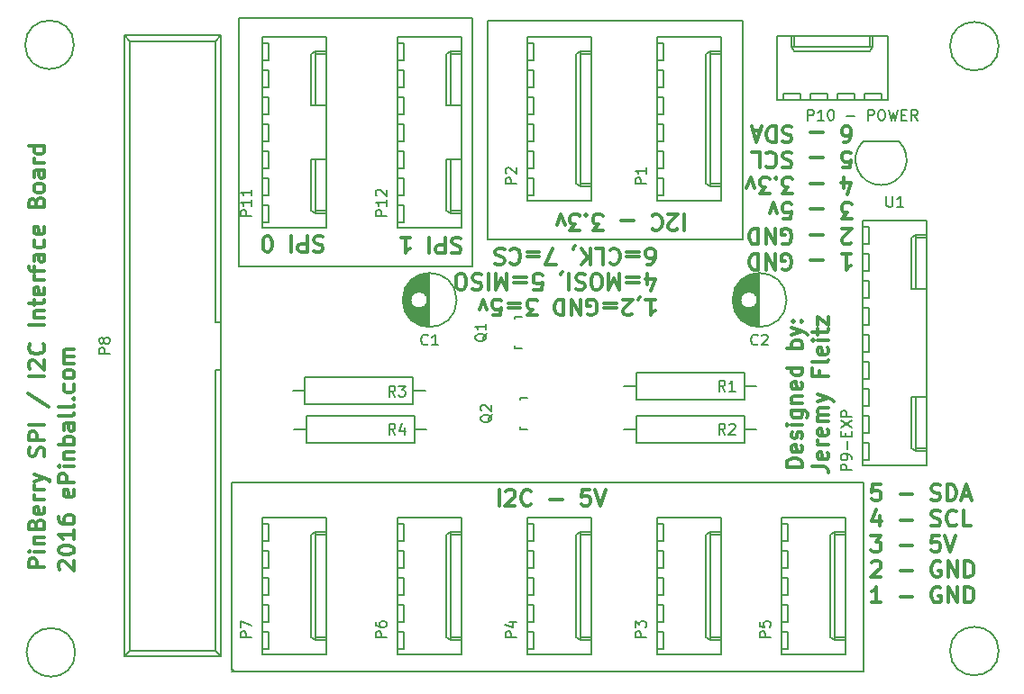
<source format=gbr>
G04 #@! TF.FileFunction,Legend,Top*
%FSLAX46Y46*%
G04 Gerber Fmt 4.6, Leading zero omitted, Abs format (unit mm)*
G04 Created by KiCad (PCBNEW 4.0.2-4+6225~38~ubuntu15.10.1-stable) date Wed 08 Jun 2016 11:21:06 PM EDT*
%MOMM*%
G01*
G04 APERTURE LIST*
%ADD10C,0.100000*%
%ADD11C,0.300000*%
%ADD12C,0.200000*%
%ADD13C,0.150000*%
G04 APERTURE END LIST*
D10*
D11*
X159004143Y-106115429D02*
X159861286Y-106115429D01*
X159432714Y-106115429D02*
X159432714Y-107615429D01*
X159575571Y-107401143D01*
X159718429Y-107258286D01*
X159861286Y-107186857D01*
X158289858Y-106186857D02*
X158289858Y-106115429D01*
X158361286Y-105972571D01*
X158432715Y-105901143D01*
X157718429Y-107472571D02*
X157647000Y-107544000D01*
X157504143Y-107615429D01*
X157147000Y-107615429D01*
X157004143Y-107544000D01*
X156932714Y-107472571D01*
X156861286Y-107329714D01*
X156861286Y-107186857D01*
X156932714Y-106972571D01*
X157789857Y-106115429D01*
X156861286Y-106115429D01*
X156218429Y-106901143D02*
X155075572Y-106901143D01*
X155075572Y-106472571D02*
X156218429Y-106472571D01*
X153575572Y-107544000D02*
X153718429Y-107615429D01*
X153932715Y-107615429D01*
X154147000Y-107544000D01*
X154289858Y-107401143D01*
X154361286Y-107258286D01*
X154432715Y-106972571D01*
X154432715Y-106758286D01*
X154361286Y-106472571D01*
X154289858Y-106329714D01*
X154147000Y-106186857D01*
X153932715Y-106115429D01*
X153789858Y-106115429D01*
X153575572Y-106186857D01*
X153504143Y-106258286D01*
X153504143Y-106758286D01*
X153789858Y-106758286D01*
X152861286Y-106115429D02*
X152861286Y-107615429D01*
X152004143Y-106115429D01*
X152004143Y-107615429D01*
X151289857Y-106115429D02*
X151289857Y-107615429D01*
X150932714Y-107615429D01*
X150718429Y-107544000D01*
X150575571Y-107401143D01*
X150504143Y-107258286D01*
X150432714Y-106972571D01*
X150432714Y-106758286D01*
X150504143Y-106472571D01*
X150575571Y-106329714D01*
X150718429Y-106186857D01*
X150932714Y-106115429D01*
X151289857Y-106115429D01*
X148789857Y-107615429D02*
X147861286Y-107615429D01*
X148361286Y-107044000D01*
X148147000Y-107044000D01*
X148004143Y-106972571D01*
X147932714Y-106901143D01*
X147861286Y-106758286D01*
X147861286Y-106401143D01*
X147932714Y-106258286D01*
X148004143Y-106186857D01*
X148147000Y-106115429D01*
X148575572Y-106115429D01*
X148718429Y-106186857D01*
X148789857Y-106258286D01*
X147218429Y-106901143D02*
X146075572Y-106901143D01*
X146075572Y-106472571D02*
X147218429Y-106472571D01*
X144647000Y-107615429D02*
X145361286Y-107615429D01*
X145432715Y-106901143D01*
X145361286Y-106972571D01*
X145218429Y-107044000D01*
X144861286Y-107044000D01*
X144718429Y-106972571D01*
X144647000Y-106901143D01*
X144575572Y-106758286D01*
X144575572Y-106401143D01*
X144647000Y-106258286D01*
X144718429Y-106186857D01*
X144861286Y-106115429D01*
X145218429Y-106115429D01*
X145361286Y-106186857D01*
X145432715Y-106258286D01*
X144075572Y-107115429D02*
X143718429Y-106115429D01*
X143361287Y-107115429D01*
X159147000Y-104715429D02*
X159147000Y-103715429D01*
X159504143Y-105286857D02*
X159861286Y-104215429D01*
X158932714Y-104215429D01*
X158361286Y-104501143D02*
X157218429Y-104501143D01*
X157218429Y-104072571D02*
X158361286Y-104072571D01*
X156504143Y-103715429D02*
X156504143Y-105215429D01*
X156004143Y-104144000D01*
X155504143Y-105215429D01*
X155504143Y-103715429D01*
X154504143Y-105215429D02*
X154218429Y-105215429D01*
X154075571Y-105144000D01*
X153932714Y-105001143D01*
X153861286Y-104715429D01*
X153861286Y-104215429D01*
X153932714Y-103929714D01*
X154075571Y-103786857D01*
X154218429Y-103715429D01*
X154504143Y-103715429D01*
X154647000Y-103786857D01*
X154789857Y-103929714D01*
X154861286Y-104215429D01*
X154861286Y-104715429D01*
X154789857Y-105001143D01*
X154647000Y-105144000D01*
X154504143Y-105215429D01*
X153289857Y-103786857D02*
X153075571Y-103715429D01*
X152718428Y-103715429D01*
X152575571Y-103786857D01*
X152504142Y-103858286D01*
X152432714Y-104001143D01*
X152432714Y-104144000D01*
X152504142Y-104286857D01*
X152575571Y-104358286D01*
X152718428Y-104429714D01*
X153004142Y-104501143D01*
X153147000Y-104572571D01*
X153218428Y-104644000D01*
X153289857Y-104786857D01*
X153289857Y-104929714D01*
X153218428Y-105072571D01*
X153147000Y-105144000D01*
X153004142Y-105215429D01*
X152647000Y-105215429D01*
X152432714Y-105144000D01*
X151789857Y-103715429D02*
X151789857Y-105215429D01*
X151004143Y-103786857D02*
X151004143Y-103715429D01*
X151075571Y-103572571D01*
X151147000Y-103501143D01*
X148504142Y-105215429D02*
X149218428Y-105215429D01*
X149289857Y-104501143D01*
X149218428Y-104572571D01*
X149075571Y-104644000D01*
X148718428Y-104644000D01*
X148575571Y-104572571D01*
X148504142Y-104501143D01*
X148432714Y-104358286D01*
X148432714Y-104001143D01*
X148504142Y-103858286D01*
X148575571Y-103786857D01*
X148718428Y-103715429D01*
X149075571Y-103715429D01*
X149218428Y-103786857D01*
X149289857Y-103858286D01*
X147789857Y-104501143D02*
X146647000Y-104501143D01*
X146647000Y-104072571D02*
X147789857Y-104072571D01*
X145932714Y-103715429D02*
X145932714Y-105215429D01*
X145432714Y-104144000D01*
X144932714Y-105215429D01*
X144932714Y-103715429D01*
X144218428Y-103715429D02*
X144218428Y-105215429D01*
X143575571Y-103786857D02*
X143361285Y-103715429D01*
X143004142Y-103715429D01*
X142861285Y-103786857D01*
X142789856Y-103858286D01*
X142718428Y-104001143D01*
X142718428Y-104144000D01*
X142789856Y-104286857D01*
X142861285Y-104358286D01*
X143004142Y-104429714D01*
X143289856Y-104501143D01*
X143432714Y-104572571D01*
X143504142Y-104644000D01*
X143575571Y-104786857D01*
X143575571Y-104929714D01*
X143504142Y-105072571D01*
X143432714Y-105144000D01*
X143289856Y-105215429D01*
X142932714Y-105215429D01*
X142718428Y-105144000D01*
X141789857Y-105215429D02*
X141504143Y-105215429D01*
X141361285Y-105144000D01*
X141218428Y-105001143D01*
X141147000Y-104715429D01*
X141147000Y-104215429D01*
X141218428Y-103929714D01*
X141361285Y-103786857D01*
X141504143Y-103715429D01*
X141789857Y-103715429D01*
X141932714Y-103786857D01*
X142075571Y-103929714D01*
X142147000Y-104215429D01*
X142147000Y-104715429D01*
X142075571Y-105001143D01*
X141932714Y-105144000D01*
X141789857Y-105215429D01*
X159147000Y-102815429D02*
X159432714Y-102815429D01*
X159575571Y-102744000D01*
X159647000Y-102672571D01*
X159789857Y-102458286D01*
X159861286Y-102172571D01*
X159861286Y-101601143D01*
X159789857Y-101458286D01*
X159718429Y-101386857D01*
X159575571Y-101315429D01*
X159289857Y-101315429D01*
X159147000Y-101386857D01*
X159075571Y-101458286D01*
X159004143Y-101601143D01*
X159004143Y-101958286D01*
X159075571Y-102101143D01*
X159147000Y-102172571D01*
X159289857Y-102244000D01*
X159575571Y-102244000D01*
X159718429Y-102172571D01*
X159789857Y-102101143D01*
X159861286Y-101958286D01*
X158361286Y-102101143D02*
X157218429Y-102101143D01*
X157218429Y-101672571D02*
X158361286Y-101672571D01*
X155647000Y-101458286D02*
X155718429Y-101386857D01*
X155932715Y-101315429D01*
X156075572Y-101315429D01*
X156289857Y-101386857D01*
X156432715Y-101529714D01*
X156504143Y-101672571D01*
X156575572Y-101958286D01*
X156575572Y-102172571D01*
X156504143Y-102458286D01*
X156432715Y-102601143D01*
X156289857Y-102744000D01*
X156075572Y-102815429D01*
X155932715Y-102815429D01*
X155718429Y-102744000D01*
X155647000Y-102672571D01*
X154289857Y-101315429D02*
X155004143Y-101315429D01*
X155004143Y-102815429D01*
X153789857Y-101315429D02*
X153789857Y-102815429D01*
X152932714Y-101315429D02*
X153575571Y-102172571D01*
X152932714Y-102815429D02*
X153789857Y-101958286D01*
X152218429Y-101386857D02*
X152218429Y-101315429D01*
X152289857Y-101172571D01*
X152361286Y-101101143D01*
X150575571Y-102815429D02*
X149575571Y-102815429D01*
X150218428Y-101315429D01*
X149004143Y-102101143D02*
X147861286Y-102101143D01*
X147861286Y-101672571D02*
X149004143Y-101672571D01*
X146289857Y-101458286D02*
X146361286Y-101386857D01*
X146575572Y-101315429D01*
X146718429Y-101315429D01*
X146932714Y-101386857D01*
X147075572Y-101529714D01*
X147147000Y-101672571D01*
X147218429Y-101958286D01*
X147218429Y-102172571D01*
X147147000Y-102458286D01*
X147075572Y-102601143D01*
X146932714Y-102744000D01*
X146718429Y-102815429D01*
X146575572Y-102815429D01*
X146361286Y-102744000D01*
X146289857Y-102672571D01*
X145718429Y-101386857D02*
X145504143Y-101315429D01*
X145147000Y-101315429D01*
X145004143Y-101386857D01*
X144932714Y-101458286D01*
X144861286Y-101601143D01*
X144861286Y-101744000D01*
X144932714Y-101886857D01*
X145004143Y-101958286D01*
X145147000Y-102029714D01*
X145432714Y-102101143D01*
X145575572Y-102172571D01*
X145647000Y-102244000D01*
X145718429Y-102386857D01*
X145718429Y-102529714D01*
X145647000Y-102672571D01*
X145575572Y-102744000D01*
X145432714Y-102815429D01*
X145075572Y-102815429D01*
X144861286Y-102744000D01*
X177419143Y-101841429D02*
X178276286Y-101841429D01*
X177847714Y-101841429D02*
X177847714Y-103341429D01*
X177990571Y-103127143D01*
X178133429Y-102984286D01*
X178276286Y-102912857D01*
X175633429Y-102412857D02*
X174490572Y-102412857D01*
X171847715Y-103270000D02*
X171990572Y-103341429D01*
X172204858Y-103341429D01*
X172419143Y-103270000D01*
X172562001Y-103127143D01*
X172633429Y-102984286D01*
X172704858Y-102698571D01*
X172704858Y-102484286D01*
X172633429Y-102198571D01*
X172562001Y-102055714D01*
X172419143Y-101912857D01*
X172204858Y-101841429D01*
X172062001Y-101841429D01*
X171847715Y-101912857D01*
X171776286Y-101984286D01*
X171776286Y-102484286D01*
X172062001Y-102484286D01*
X171133429Y-101841429D02*
X171133429Y-103341429D01*
X170276286Y-101841429D01*
X170276286Y-103341429D01*
X169562000Y-101841429D02*
X169562000Y-103341429D01*
X169204857Y-103341429D01*
X168990572Y-103270000D01*
X168847714Y-103127143D01*
X168776286Y-102984286D01*
X168704857Y-102698571D01*
X168704857Y-102484286D01*
X168776286Y-102198571D01*
X168847714Y-102055714D01*
X168990572Y-101912857D01*
X169204857Y-101841429D01*
X169562000Y-101841429D01*
X178276286Y-100798571D02*
X178204857Y-100870000D01*
X178062000Y-100941429D01*
X177704857Y-100941429D01*
X177562000Y-100870000D01*
X177490571Y-100798571D01*
X177419143Y-100655714D01*
X177419143Y-100512857D01*
X177490571Y-100298571D01*
X178347714Y-99441429D01*
X177419143Y-99441429D01*
X175633429Y-100012857D02*
X174490572Y-100012857D01*
X171847715Y-100870000D02*
X171990572Y-100941429D01*
X172204858Y-100941429D01*
X172419143Y-100870000D01*
X172562001Y-100727143D01*
X172633429Y-100584286D01*
X172704858Y-100298571D01*
X172704858Y-100084286D01*
X172633429Y-99798571D01*
X172562001Y-99655714D01*
X172419143Y-99512857D01*
X172204858Y-99441429D01*
X172062001Y-99441429D01*
X171847715Y-99512857D01*
X171776286Y-99584286D01*
X171776286Y-100084286D01*
X172062001Y-100084286D01*
X171133429Y-99441429D02*
X171133429Y-100941429D01*
X170276286Y-99441429D01*
X170276286Y-100941429D01*
X169562000Y-99441429D02*
X169562000Y-100941429D01*
X169204857Y-100941429D01*
X168990572Y-100870000D01*
X168847714Y-100727143D01*
X168776286Y-100584286D01*
X168704857Y-100298571D01*
X168704857Y-100084286D01*
X168776286Y-99798571D01*
X168847714Y-99655714D01*
X168990572Y-99512857D01*
X169204857Y-99441429D01*
X169562000Y-99441429D01*
X178347714Y-98541429D02*
X177419143Y-98541429D01*
X177919143Y-97970000D01*
X177704857Y-97970000D01*
X177562000Y-97898571D01*
X177490571Y-97827143D01*
X177419143Y-97684286D01*
X177419143Y-97327143D01*
X177490571Y-97184286D01*
X177562000Y-97112857D01*
X177704857Y-97041429D01*
X178133429Y-97041429D01*
X178276286Y-97112857D01*
X178347714Y-97184286D01*
X175633429Y-97612857D02*
X174490572Y-97612857D01*
X171919143Y-98541429D02*
X172633429Y-98541429D01*
X172704858Y-97827143D01*
X172633429Y-97898571D01*
X172490572Y-97970000D01*
X172133429Y-97970000D01*
X171990572Y-97898571D01*
X171919143Y-97827143D01*
X171847715Y-97684286D01*
X171847715Y-97327143D01*
X171919143Y-97184286D01*
X171990572Y-97112857D01*
X172133429Y-97041429D01*
X172490572Y-97041429D01*
X172633429Y-97112857D01*
X172704858Y-97184286D01*
X171347715Y-98041429D02*
X170990572Y-97041429D01*
X170633430Y-98041429D01*
X177562000Y-95641429D02*
X177562000Y-94641429D01*
X177919143Y-96212857D02*
X178276286Y-95141429D01*
X177347714Y-95141429D01*
X175633429Y-95212857D02*
X174490572Y-95212857D01*
X172776286Y-96141429D02*
X171847715Y-96141429D01*
X172347715Y-95570000D01*
X172133429Y-95570000D01*
X171990572Y-95498571D01*
X171919143Y-95427143D01*
X171847715Y-95284286D01*
X171847715Y-94927143D01*
X171919143Y-94784286D01*
X171990572Y-94712857D01*
X172133429Y-94641429D01*
X172562001Y-94641429D01*
X172704858Y-94712857D01*
X172776286Y-94784286D01*
X171204858Y-94784286D02*
X171133430Y-94712857D01*
X171204858Y-94641429D01*
X171276287Y-94712857D01*
X171204858Y-94784286D01*
X171204858Y-94641429D01*
X170633429Y-96141429D02*
X169704858Y-96141429D01*
X170204858Y-95570000D01*
X169990572Y-95570000D01*
X169847715Y-95498571D01*
X169776286Y-95427143D01*
X169704858Y-95284286D01*
X169704858Y-94927143D01*
X169776286Y-94784286D01*
X169847715Y-94712857D01*
X169990572Y-94641429D01*
X170419144Y-94641429D01*
X170562001Y-94712857D01*
X170633429Y-94784286D01*
X169204858Y-95641429D02*
X168847715Y-94641429D01*
X168490573Y-95641429D01*
X177490571Y-93741429D02*
X178204857Y-93741429D01*
X178276286Y-93027143D01*
X178204857Y-93098571D01*
X178062000Y-93170000D01*
X177704857Y-93170000D01*
X177562000Y-93098571D01*
X177490571Y-93027143D01*
X177419143Y-92884286D01*
X177419143Y-92527143D01*
X177490571Y-92384286D01*
X177562000Y-92312857D01*
X177704857Y-92241429D01*
X178062000Y-92241429D01*
X178204857Y-92312857D01*
X178276286Y-92384286D01*
X175633429Y-92812857D02*
X174490572Y-92812857D01*
X172704858Y-92312857D02*
X172490572Y-92241429D01*
X172133429Y-92241429D01*
X171990572Y-92312857D01*
X171919143Y-92384286D01*
X171847715Y-92527143D01*
X171847715Y-92670000D01*
X171919143Y-92812857D01*
X171990572Y-92884286D01*
X172133429Y-92955714D01*
X172419143Y-93027143D01*
X172562001Y-93098571D01*
X172633429Y-93170000D01*
X172704858Y-93312857D01*
X172704858Y-93455714D01*
X172633429Y-93598571D01*
X172562001Y-93670000D01*
X172419143Y-93741429D01*
X172062001Y-93741429D01*
X171847715Y-93670000D01*
X170347715Y-92384286D02*
X170419144Y-92312857D01*
X170633430Y-92241429D01*
X170776287Y-92241429D01*
X170990572Y-92312857D01*
X171133430Y-92455714D01*
X171204858Y-92598571D01*
X171276287Y-92884286D01*
X171276287Y-93098571D01*
X171204858Y-93384286D01*
X171133430Y-93527143D01*
X170990572Y-93670000D01*
X170776287Y-93741429D01*
X170633430Y-93741429D01*
X170419144Y-93670000D01*
X170347715Y-93598571D01*
X168990572Y-92241429D02*
X169704858Y-92241429D01*
X169704858Y-93741429D01*
X177562000Y-91341429D02*
X177847714Y-91341429D01*
X177990571Y-91270000D01*
X178062000Y-91198571D01*
X178204857Y-90984286D01*
X178276286Y-90698571D01*
X178276286Y-90127143D01*
X178204857Y-89984286D01*
X178133429Y-89912857D01*
X177990571Y-89841429D01*
X177704857Y-89841429D01*
X177562000Y-89912857D01*
X177490571Y-89984286D01*
X177419143Y-90127143D01*
X177419143Y-90484286D01*
X177490571Y-90627143D01*
X177562000Y-90698571D01*
X177704857Y-90770000D01*
X177990571Y-90770000D01*
X178133429Y-90698571D01*
X178204857Y-90627143D01*
X178276286Y-90484286D01*
X175633429Y-90412857D02*
X174490572Y-90412857D01*
X172704858Y-89912857D02*
X172490572Y-89841429D01*
X172133429Y-89841429D01*
X171990572Y-89912857D01*
X171919143Y-89984286D01*
X171847715Y-90127143D01*
X171847715Y-90270000D01*
X171919143Y-90412857D01*
X171990572Y-90484286D01*
X172133429Y-90555714D01*
X172419143Y-90627143D01*
X172562001Y-90698571D01*
X172633429Y-90770000D01*
X172704858Y-90912857D01*
X172704858Y-91055714D01*
X172633429Y-91198571D01*
X172562001Y-91270000D01*
X172419143Y-91341429D01*
X172062001Y-91341429D01*
X171847715Y-91270000D01*
X171204858Y-89841429D02*
X171204858Y-91341429D01*
X170847715Y-91341429D01*
X170633430Y-91270000D01*
X170490572Y-91127143D01*
X170419144Y-90984286D01*
X170347715Y-90698571D01*
X170347715Y-90484286D01*
X170419144Y-90198571D01*
X170490572Y-90055714D01*
X170633430Y-89912857D01*
X170847715Y-89841429D01*
X171204858Y-89841429D01*
X169776287Y-90270000D02*
X169062001Y-90270000D01*
X169919144Y-89841429D02*
X169419144Y-91341429D01*
X168919144Y-89841429D01*
X181030429Y-123537571D02*
X180316143Y-123537571D01*
X180244714Y-124251857D01*
X180316143Y-124180429D01*
X180459000Y-124109000D01*
X180816143Y-124109000D01*
X180959000Y-124180429D01*
X181030429Y-124251857D01*
X181101857Y-124394714D01*
X181101857Y-124751857D01*
X181030429Y-124894714D01*
X180959000Y-124966143D01*
X180816143Y-125037571D01*
X180459000Y-125037571D01*
X180316143Y-124966143D01*
X180244714Y-124894714D01*
X182887571Y-124466143D02*
X184030428Y-124466143D01*
X185816142Y-124966143D02*
X186030428Y-125037571D01*
X186387571Y-125037571D01*
X186530428Y-124966143D01*
X186601857Y-124894714D01*
X186673285Y-124751857D01*
X186673285Y-124609000D01*
X186601857Y-124466143D01*
X186530428Y-124394714D01*
X186387571Y-124323286D01*
X186101857Y-124251857D01*
X185958999Y-124180429D01*
X185887571Y-124109000D01*
X185816142Y-123966143D01*
X185816142Y-123823286D01*
X185887571Y-123680429D01*
X185958999Y-123609000D01*
X186101857Y-123537571D01*
X186458999Y-123537571D01*
X186673285Y-123609000D01*
X187316142Y-125037571D02*
X187316142Y-123537571D01*
X187673285Y-123537571D01*
X187887570Y-123609000D01*
X188030428Y-123751857D01*
X188101856Y-123894714D01*
X188173285Y-124180429D01*
X188173285Y-124394714D01*
X188101856Y-124680429D01*
X188030428Y-124823286D01*
X187887570Y-124966143D01*
X187673285Y-125037571D01*
X187316142Y-125037571D01*
X188744713Y-124609000D02*
X189458999Y-124609000D01*
X188601856Y-125037571D02*
X189101856Y-123537571D01*
X189601856Y-125037571D01*
X180959000Y-126437571D02*
X180959000Y-127437571D01*
X180601857Y-125866143D02*
X180244714Y-126937571D01*
X181173286Y-126937571D01*
X182887571Y-126866143D02*
X184030428Y-126866143D01*
X185816142Y-127366143D02*
X186030428Y-127437571D01*
X186387571Y-127437571D01*
X186530428Y-127366143D01*
X186601857Y-127294714D01*
X186673285Y-127151857D01*
X186673285Y-127009000D01*
X186601857Y-126866143D01*
X186530428Y-126794714D01*
X186387571Y-126723286D01*
X186101857Y-126651857D01*
X185958999Y-126580429D01*
X185887571Y-126509000D01*
X185816142Y-126366143D01*
X185816142Y-126223286D01*
X185887571Y-126080429D01*
X185958999Y-126009000D01*
X186101857Y-125937571D01*
X186458999Y-125937571D01*
X186673285Y-126009000D01*
X188173285Y-127294714D02*
X188101856Y-127366143D01*
X187887570Y-127437571D01*
X187744713Y-127437571D01*
X187530428Y-127366143D01*
X187387570Y-127223286D01*
X187316142Y-127080429D01*
X187244713Y-126794714D01*
X187244713Y-126580429D01*
X187316142Y-126294714D01*
X187387570Y-126151857D01*
X187530428Y-126009000D01*
X187744713Y-125937571D01*
X187887570Y-125937571D01*
X188101856Y-126009000D01*
X188173285Y-126080429D01*
X189530428Y-127437571D02*
X188816142Y-127437571D01*
X188816142Y-125937571D01*
X180173286Y-128337571D02*
X181101857Y-128337571D01*
X180601857Y-128909000D01*
X180816143Y-128909000D01*
X180959000Y-128980429D01*
X181030429Y-129051857D01*
X181101857Y-129194714D01*
X181101857Y-129551857D01*
X181030429Y-129694714D01*
X180959000Y-129766143D01*
X180816143Y-129837571D01*
X180387571Y-129837571D01*
X180244714Y-129766143D01*
X180173286Y-129694714D01*
X182887571Y-129266143D02*
X184030428Y-129266143D01*
X186601857Y-128337571D02*
X185887571Y-128337571D01*
X185816142Y-129051857D01*
X185887571Y-128980429D01*
X186030428Y-128909000D01*
X186387571Y-128909000D01*
X186530428Y-128980429D01*
X186601857Y-129051857D01*
X186673285Y-129194714D01*
X186673285Y-129551857D01*
X186601857Y-129694714D01*
X186530428Y-129766143D01*
X186387571Y-129837571D01*
X186030428Y-129837571D01*
X185887571Y-129766143D01*
X185816142Y-129694714D01*
X187101856Y-128337571D02*
X187601856Y-129837571D01*
X188101856Y-128337571D01*
X180244714Y-130880429D02*
X180316143Y-130809000D01*
X180459000Y-130737571D01*
X180816143Y-130737571D01*
X180959000Y-130809000D01*
X181030429Y-130880429D01*
X181101857Y-131023286D01*
X181101857Y-131166143D01*
X181030429Y-131380429D01*
X180173286Y-132237571D01*
X181101857Y-132237571D01*
X182887571Y-131666143D02*
X184030428Y-131666143D01*
X186673285Y-130809000D02*
X186530428Y-130737571D01*
X186316142Y-130737571D01*
X186101857Y-130809000D01*
X185958999Y-130951857D01*
X185887571Y-131094714D01*
X185816142Y-131380429D01*
X185816142Y-131594714D01*
X185887571Y-131880429D01*
X185958999Y-132023286D01*
X186101857Y-132166143D01*
X186316142Y-132237571D01*
X186458999Y-132237571D01*
X186673285Y-132166143D01*
X186744714Y-132094714D01*
X186744714Y-131594714D01*
X186458999Y-131594714D01*
X187387571Y-132237571D02*
X187387571Y-130737571D01*
X188244714Y-132237571D01*
X188244714Y-130737571D01*
X188959000Y-132237571D02*
X188959000Y-130737571D01*
X189316143Y-130737571D01*
X189530428Y-130809000D01*
X189673286Y-130951857D01*
X189744714Y-131094714D01*
X189816143Y-131380429D01*
X189816143Y-131594714D01*
X189744714Y-131880429D01*
X189673286Y-132023286D01*
X189530428Y-132166143D01*
X189316143Y-132237571D01*
X188959000Y-132237571D01*
X181101857Y-134637571D02*
X180244714Y-134637571D01*
X180673286Y-134637571D02*
X180673286Y-133137571D01*
X180530429Y-133351857D01*
X180387571Y-133494714D01*
X180244714Y-133566143D01*
X182887571Y-134066143D02*
X184030428Y-134066143D01*
X186673285Y-133209000D02*
X186530428Y-133137571D01*
X186316142Y-133137571D01*
X186101857Y-133209000D01*
X185958999Y-133351857D01*
X185887571Y-133494714D01*
X185816142Y-133780429D01*
X185816142Y-133994714D01*
X185887571Y-134280429D01*
X185958999Y-134423286D01*
X186101857Y-134566143D01*
X186316142Y-134637571D01*
X186458999Y-134637571D01*
X186673285Y-134566143D01*
X186744714Y-134494714D01*
X186744714Y-133994714D01*
X186458999Y-133994714D01*
X187387571Y-134637571D02*
X187387571Y-133137571D01*
X188244714Y-134637571D01*
X188244714Y-133137571D01*
X188959000Y-134637571D02*
X188959000Y-133137571D01*
X189316143Y-133137571D01*
X189530428Y-133209000D01*
X189673286Y-133351857D01*
X189744714Y-133494714D01*
X189816143Y-133780429D01*
X189816143Y-133994714D01*
X189744714Y-134280429D01*
X189673286Y-134423286D01*
X189530428Y-134566143D01*
X189316143Y-134637571D01*
X188959000Y-134637571D01*
X173722571Y-121919143D02*
X172222571Y-121919143D01*
X172222571Y-121562000D01*
X172294000Y-121347715D01*
X172436857Y-121204857D01*
X172579714Y-121133429D01*
X172865429Y-121062000D01*
X173079714Y-121062000D01*
X173365429Y-121133429D01*
X173508286Y-121204857D01*
X173651143Y-121347715D01*
X173722571Y-121562000D01*
X173722571Y-121919143D01*
X173651143Y-119847715D02*
X173722571Y-119990572D01*
X173722571Y-120276286D01*
X173651143Y-120419143D01*
X173508286Y-120490572D01*
X172936857Y-120490572D01*
X172794000Y-120419143D01*
X172722571Y-120276286D01*
X172722571Y-119990572D01*
X172794000Y-119847715D01*
X172936857Y-119776286D01*
X173079714Y-119776286D01*
X173222571Y-120490572D01*
X173651143Y-119204858D02*
X173722571Y-119062001D01*
X173722571Y-118776286D01*
X173651143Y-118633429D01*
X173508286Y-118562001D01*
X173436857Y-118562001D01*
X173294000Y-118633429D01*
X173222571Y-118776286D01*
X173222571Y-118990572D01*
X173151143Y-119133429D01*
X173008286Y-119204858D01*
X172936857Y-119204858D01*
X172794000Y-119133429D01*
X172722571Y-118990572D01*
X172722571Y-118776286D01*
X172794000Y-118633429D01*
X173722571Y-117919143D02*
X172722571Y-117919143D01*
X172222571Y-117919143D02*
X172294000Y-117990572D01*
X172365429Y-117919143D01*
X172294000Y-117847715D01*
X172222571Y-117919143D01*
X172365429Y-117919143D01*
X172722571Y-116562000D02*
X173936857Y-116562000D01*
X174079714Y-116633429D01*
X174151143Y-116704857D01*
X174222571Y-116847714D01*
X174222571Y-117062000D01*
X174151143Y-117204857D01*
X173651143Y-116562000D02*
X173722571Y-116704857D01*
X173722571Y-116990571D01*
X173651143Y-117133429D01*
X173579714Y-117204857D01*
X173436857Y-117276286D01*
X173008286Y-117276286D01*
X172865429Y-117204857D01*
X172794000Y-117133429D01*
X172722571Y-116990571D01*
X172722571Y-116704857D01*
X172794000Y-116562000D01*
X172722571Y-115847714D02*
X173722571Y-115847714D01*
X172865429Y-115847714D02*
X172794000Y-115776286D01*
X172722571Y-115633428D01*
X172722571Y-115419143D01*
X172794000Y-115276286D01*
X172936857Y-115204857D01*
X173722571Y-115204857D01*
X173651143Y-113919143D02*
X173722571Y-114062000D01*
X173722571Y-114347714D01*
X173651143Y-114490571D01*
X173508286Y-114562000D01*
X172936857Y-114562000D01*
X172794000Y-114490571D01*
X172722571Y-114347714D01*
X172722571Y-114062000D01*
X172794000Y-113919143D01*
X172936857Y-113847714D01*
X173079714Y-113847714D01*
X173222571Y-114562000D01*
X173722571Y-112562000D02*
X172222571Y-112562000D01*
X173651143Y-112562000D02*
X173722571Y-112704857D01*
X173722571Y-112990571D01*
X173651143Y-113133429D01*
X173579714Y-113204857D01*
X173436857Y-113276286D01*
X173008286Y-113276286D01*
X172865429Y-113204857D01*
X172794000Y-113133429D01*
X172722571Y-112990571D01*
X172722571Y-112704857D01*
X172794000Y-112562000D01*
X173722571Y-110704857D02*
X172222571Y-110704857D01*
X172794000Y-110704857D02*
X172722571Y-110562000D01*
X172722571Y-110276286D01*
X172794000Y-110133429D01*
X172865429Y-110062000D01*
X173008286Y-109990571D01*
X173436857Y-109990571D01*
X173579714Y-110062000D01*
X173651143Y-110133429D01*
X173722571Y-110276286D01*
X173722571Y-110562000D01*
X173651143Y-110704857D01*
X172722571Y-109490571D02*
X173722571Y-109133428D01*
X172722571Y-108776286D02*
X173722571Y-109133428D01*
X174079714Y-109276286D01*
X174151143Y-109347714D01*
X174222571Y-109490571D01*
X173579714Y-108204857D02*
X173651143Y-108133429D01*
X173722571Y-108204857D01*
X173651143Y-108276286D01*
X173579714Y-108204857D01*
X173722571Y-108204857D01*
X172794000Y-108204857D02*
X172865429Y-108133429D01*
X172936857Y-108204857D01*
X172865429Y-108276286D01*
X172794000Y-108204857D01*
X172936857Y-108204857D01*
X174622571Y-121811999D02*
X175694000Y-121811999D01*
X175908286Y-121883427D01*
X176051143Y-122026284D01*
X176122571Y-122240570D01*
X176122571Y-122383427D01*
X176051143Y-120526285D02*
X176122571Y-120669142D01*
X176122571Y-120954856D01*
X176051143Y-121097713D01*
X175908286Y-121169142D01*
X175336857Y-121169142D01*
X175194000Y-121097713D01*
X175122571Y-120954856D01*
X175122571Y-120669142D01*
X175194000Y-120526285D01*
X175336857Y-120454856D01*
X175479714Y-120454856D01*
X175622571Y-121169142D01*
X176122571Y-119811999D02*
X175122571Y-119811999D01*
X175408286Y-119811999D02*
X175265429Y-119740571D01*
X175194000Y-119669142D01*
X175122571Y-119526285D01*
X175122571Y-119383428D01*
X176051143Y-118312000D02*
X176122571Y-118454857D01*
X176122571Y-118740571D01*
X176051143Y-118883428D01*
X175908286Y-118954857D01*
X175336857Y-118954857D01*
X175194000Y-118883428D01*
X175122571Y-118740571D01*
X175122571Y-118454857D01*
X175194000Y-118312000D01*
X175336857Y-118240571D01*
X175479714Y-118240571D01*
X175622571Y-118954857D01*
X176122571Y-117597714D02*
X175122571Y-117597714D01*
X175265429Y-117597714D02*
X175194000Y-117526286D01*
X175122571Y-117383428D01*
X175122571Y-117169143D01*
X175194000Y-117026286D01*
X175336857Y-116954857D01*
X176122571Y-116954857D01*
X175336857Y-116954857D02*
X175194000Y-116883428D01*
X175122571Y-116740571D01*
X175122571Y-116526286D01*
X175194000Y-116383428D01*
X175336857Y-116312000D01*
X176122571Y-116312000D01*
X175122571Y-115740571D02*
X176122571Y-115383428D01*
X175122571Y-115026286D02*
X176122571Y-115383428D01*
X176479714Y-115526286D01*
X176551143Y-115597714D01*
X176622571Y-115740571D01*
X175336857Y-112812000D02*
X175336857Y-113312000D01*
X176122571Y-113312000D02*
X174622571Y-113312000D01*
X174622571Y-112597714D01*
X176122571Y-111812000D02*
X176051143Y-111954858D01*
X175908286Y-112026286D01*
X174622571Y-112026286D01*
X176051143Y-110669144D02*
X176122571Y-110812001D01*
X176122571Y-111097715D01*
X176051143Y-111240572D01*
X175908286Y-111312001D01*
X175336857Y-111312001D01*
X175194000Y-111240572D01*
X175122571Y-111097715D01*
X175122571Y-110812001D01*
X175194000Y-110669144D01*
X175336857Y-110597715D01*
X175479714Y-110597715D01*
X175622571Y-111312001D01*
X176122571Y-109954858D02*
X175122571Y-109954858D01*
X174622571Y-109954858D02*
X174694000Y-110026287D01*
X174765429Y-109954858D01*
X174694000Y-109883430D01*
X174622571Y-109954858D01*
X174765429Y-109954858D01*
X175122571Y-109454858D02*
X175122571Y-108883429D01*
X174622571Y-109240572D02*
X175908286Y-109240572D01*
X176051143Y-109169144D01*
X176122571Y-109026286D01*
X176122571Y-108883429D01*
X175122571Y-108526286D02*
X175122571Y-107740572D01*
X176122571Y-108526286D01*
X176122571Y-107740572D01*
X103969429Y-131550856D02*
X103898000Y-131479427D01*
X103826571Y-131336570D01*
X103826571Y-130979427D01*
X103898000Y-130836570D01*
X103969429Y-130765141D01*
X104112286Y-130693713D01*
X104255143Y-130693713D01*
X104469429Y-130765141D01*
X105326571Y-131622284D01*
X105326571Y-130693713D01*
X103826571Y-129765142D02*
X103826571Y-129622285D01*
X103898000Y-129479428D01*
X103969429Y-129407999D01*
X104112286Y-129336570D01*
X104398000Y-129265142D01*
X104755143Y-129265142D01*
X105040857Y-129336570D01*
X105183714Y-129407999D01*
X105255143Y-129479428D01*
X105326571Y-129622285D01*
X105326571Y-129765142D01*
X105255143Y-129907999D01*
X105183714Y-129979428D01*
X105040857Y-130050856D01*
X104755143Y-130122285D01*
X104398000Y-130122285D01*
X104112286Y-130050856D01*
X103969429Y-129979428D01*
X103898000Y-129907999D01*
X103826571Y-129765142D01*
X105326571Y-127836571D02*
X105326571Y-128693714D01*
X105326571Y-128265142D02*
X103826571Y-128265142D01*
X104040857Y-128407999D01*
X104183714Y-128550857D01*
X104255143Y-128693714D01*
X103826571Y-126550857D02*
X103826571Y-126836571D01*
X103898000Y-126979428D01*
X103969429Y-127050857D01*
X104183714Y-127193714D01*
X104469429Y-127265143D01*
X105040857Y-127265143D01*
X105183714Y-127193714D01*
X105255143Y-127122286D01*
X105326571Y-126979428D01*
X105326571Y-126693714D01*
X105255143Y-126550857D01*
X105183714Y-126479428D01*
X105040857Y-126408000D01*
X104683714Y-126408000D01*
X104540857Y-126479428D01*
X104469429Y-126550857D01*
X104398000Y-126693714D01*
X104398000Y-126979428D01*
X104469429Y-127122286D01*
X104540857Y-127193714D01*
X104683714Y-127265143D01*
X105255143Y-124050858D02*
X105326571Y-124193715D01*
X105326571Y-124479429D01*
X105255143Y-124622286D01*
X105112286Y-124693715D01*
X104540857Y-124693715D01*
X104398000Y-124622286D01*
X104326571Y-124479429D01*
X104326571Y-124193715D01*
X104398000Y-124050858D01*
X104540857Y-123979429D01*
X104683714Y-123979429D01*
X104826571Y-124693715D01*
X105326571Y-123336572D02*
X103826571Y-123336572D01*
X103826571Y-122765144D01*
X103898000Y-122622286D01*
X103969429Y-122550858D01*
X104112286Y-122479429D01*
X104326571Y-122479429D01*
X104469429Y-122550858D01*
X104540857Y-122622286D01*
X104612286Y-122765144D01*
X104612286Y-123336572D01*
X105326571Y-121836572D02*
X104326571Y-121836572D01*
X103826571Y-121836572D02*
X103898000Y-121908001D01*
X103969429Y-121836572D01*
X103898000Y-121765144D01*
X103826571Y-121836572D01*
X103969429Y-121836572D01*
X104326571Y-121122286D02*
X105326571Y-121122286D01*
X104469429Y-121122286D02*
X104398000Y-121050858D01*
X104326571Y-120908000D01*
X104326571Y-120693715D01*
X104398000Y-120550858D01*
X104540857Y-120479429D01*
X105326571Y-120479429D01*
X105326571Y-119765143D02*
X103826571Y-119765143D01*
X104398000Y-119765143D02*
X104326571Y-119622286D01*
X104326571Y-119336572D01*
X104398000Y-119193715D01*
X104469429Y-119122286D01*
X104612286Y-119050857D01*
X105040857Y-119050857D01*
X105183714Y-119122286D01*
X105255143Y-119193715D01*
X105326571Y-119336572D01*
X105326571Y-119622286D01*
X105255143Y-119765143D01*
X105326571Y-117765143D02*
X104540857Y-117765143D01*
X104398000Y-117836572D01*
X104326571Y-117979429D01*
X104326571Y-118265143D01*
X104398000Y-118408000D01*
X105255143Y-117765143D02*
X105326571Y-117908000D01*
X105326571Y-118265143D01*
X105255143Y-118408000D01*
X105112286Y-118479429D01*
X104969429Y-118479429D01*
X104826571Y-118408000D01*
X104755143Y-118265143D01*
X104755143Y-117908000D01*
X104683714Y-117765143D01*
X105326571Y-116836571D02*
X105255143Y-116979429D01*
X105112286Y-117050857D01*
X103826571Y-117050857D01*
X105326571Y-116050857D02*
X105255143Y-116193715D01*
X105112286Y-116265143D01*
X103826571Y-116265143D01*
X105183714Y-115479429D02*
X105255143Y-115408001D01*
X105326571Y-115479429D01*
X105255143Y-115550858D01*
X105183714Y-115479429D01*
X105326571Y-115479429D01*
X105255143Y-114122286D02*
X105326571Y-114265143D01*
X105326571Y-114550857D01*
X105255143Y-114693715D01*
X105183714Y-114765143D01*
X105040857Y-114836572D01*
X104612286Y-114836572D01*
X104469429Y-114765143D01*
X104398000Y-114693715D01*
X104326571Y-114550857D01*
X104326571Y-114265143D01*
X104398000Y-114122286D01*
X105326571Y-113265143D02*
X105255143Y-113408001D01*
X105183714Y-113479429D01*
X105040857Y-113550858D01*
X104612286Y-113550858D01*
X104469429Y-113479429D01*
X104398000Y-113408001D01*
X104326571Y-113265143D01*
X104326571Y-113050858D01*
X104398000Y-112908001D01*
X104469429Y-112836572D01*
X104612286Y-112765143D01*
X105040857Y-112765143D01*
X105183714Y-112836572D01*
X105255143Y-112908001D01*
X105326571Y-113050858D01*
X105326571Y-113265143D01*
X105326571Y-112122286D02*
X104326571Y-112122286D01*
X104469429Y-112122286D02*
X104398000Y-112050858D01*
X104326571Y-111908000D01*
X104326571Y-111693715D01*
X104398000Y-111550858D01*
X104540857Y-111479429D01*
X105326571Y-111479429D01*
X104540857Y-111479429D02*
X104398000Y-111408000D01*
X104326571Y-111265143D01*
X104326571Y-111050858D01*
X104398000Y-110908000D01*
X104540857Y-110836572D01*
X105326571Y-110836572D01*
X102532571Y-131327427D02*
X101032571Y-131327427D01*
X101032571Y-130755999D01*
X101104000Y-130613141D01*
X101175429Y-130541713D01*
X101318286Y-130470284D01*
X101532571Y-130470284D01*
X101675429Y-130541713D01*
X101746857Y-130613141D01*
X101818286Y-130755999D01*
X101818286Y-131327427D01*
X102532571Y-129827427D02*
X101532571Y-129827427D01*
X101032571Y-129827427D02*
X101104000Y-129898856D01*
X101175429Y-129827427D01*
X101104000Y-129755999D01*
X101032571Y-129827427D01*
X101175429Y-129827427D01*
X101532571Y-129113141D02*
X102532571Y-129113141D01*
X101675429Y-129113141D02*
X101604000Y-129041713D01*
X101532571Y-128898855D01*
X101532571Y-128684570D01*
X101604000Y-128541713D01*
X101746857Y-128470284D01*
X102532571Y-128470284D01*
X101746857Y-127255998D02*
X101818286Y-127041712D01*
X101889714Y-126970284D01*
X102032571Y-126898855D01*
X102246857Y-126898855D01*
X102389714Y-126970284D01*
X102461143Y-127041712D01*
X102532571Y-127184570D01*
X102532571Y-127755998D01*
X101032571Y-127755998D01*
X101032571Y-127255998D01*
X101104000Y-127113141D01*
X101175429Y-127041712D01*
X101318286Y-126970284D01*
X101461143Y-126970284D01*
X101604000Y-127041712D01*
X101675429Y-127113141D01*
X101746857Y-127255998D01*
X101746857Y-127755998D01*
X102461143Y-125684570D02*
X102532571Y-125827427D01*
X102532571Y-126113141D01*
X102461143Y-126255998D01*
X102318286Y-126327427D01*
X101746857Y-126327427D01*
X101604000Y-126255998D01*
X101532571Y-126113141D01*
X101532571Y-125827427D01*
X101604000Y-125684570D01*
X101746857Y-125613141D01*
X101889714Y-125613141D01*
X102032571Y-126327427D01*
X102532571Y-124970284D02*
X101532571Y-124970284D01*
X101818286Y-124970284D02*
X101675429Y-124898856D01*
X101604000Y-124827427D01*
X101532571Y-124684570D01*
X101532571Y-124541713D01*
X102532571Y-124041713D02*
X101532571Y-124041713D01*
X101818286Y-124041713D02*
X101675429Y-123970285D01*
X101604000Y-123898856D01*
X101532571Y-123755999D01*
X101532571Y-123613142D01*
X101532571Y-123255999D02*
X102532571Y-122898856D01*
X101532571Y-122541714D02*
X102532571Y-122898856D01*
X102889714Y-123041714D01*
X102961143Y-123113142D01*
X103032571Y-123255999D01*
X102461143Y-120898857D02*
X102532571Y-120684571D01*
X102532571Y-120327428D01*
X102461143Y-120184571D01*
X102389714Y-120113142D01*
X102246857Y-120041714D01*
X102104000Y-120041714D01*
X101961143Y-120113142D01*
X101889714Y-120184571D01*
X101818286Y-120327428D01*
X101746857Y-120613142D01*
X101675429Y-120756000D01*
X101604000Y-120827428D01*
X101461143Y-120898857D01*
X101318286Y-120898857D01*
X101175429Y-120827428D01*
X101104000Y-120756000D01*
X101032571Y-120613142D01*
X101032571Y-120256000D01*
X101104000Y-120041714D01*
X102532571Y-119398857D02*
X101032571Y-119398857D01*
X101032571Y-118827429D01*
X101104000Y-118684571D01*
X101175429Y-118613143D01*
X101318286Y-118541714D01*
X101532571Y-118541714D01*
X101675429Y-118613143D01*
X101746857Y-118684571D01*
X101818286Y-118827429D01*
X101818286Y-119398857D01*
X102532571Y-117898857D02*
X101032571Y-117898857D01*
X100961143Y-114970286D02*
X102889714Y-116256000D01*
X102532571Y-113327428D02*
X101032571Y-113327428D01*
X101175429Y-112684571D02*
X101104000Y-112613142D01*
X101032571Y-112470285D01*
X101032571Y-112113142D01*
X101104000Y-111970285D01*
X101175429Y-111898856D01*
X101318286Y-111827428D01*
X101461143Y-111827428D01*
X101675429Y-111898856D01*
X102532571Y-112755999D01*
X102532571Y-111827428D01*
X102389714Y-110327428D02*
X102461143Y-110398857D01*
X102532571Y-110613143D01*
X102532571Y-110756000D01*
X102461143Y-110970285D01*
X102318286Y-111113143D01*
X102175429Y-111184571D01*
X101889714Y-111256000D01*
X101675429Y-111256000D01*
X101389714Y-111184571D01*
X101246857Y-111113143D01*
X101104000Y-110970285D01*
X101032571Y-110756000D01*
X101032571Y-110613143D01*
X101104000Y-110398857D01*
X101175429Y-110327428D01*
X102532571Y-108541714D02*
X101032571Y-108541714D01*
X101532571Y-107827428D02*
X102532571Y-107827428D01*
X101675429Y-107827428D02*
X101604000Y-107756000D01*
X101532571Y-107613142D01*
X101532571Y-107398857D01*
X101604000Y-107256000D01*
X101746857Y-107184571D01*
X102532571Y-107184571D01*
X101532571Y-106684571D02*
X101532571Y-106113142D01*
X101032571Y-106470285D02*
X102318286Y-106470285D01*
X102461143Y-106398857D01*
X102532571Y-106255999D01*
X102532571Y-106113142D01*
X102461143Y-105041714D02*
X102532571Y-105184571D01*
X102532571Y-105470285D01*
X102461143Y-105613142D01*
X102318286Y-105684571D01*
X101746857Y-105684571D01*
X101604000Y-105613142D01*
X101532571Y-105470285D01*
X101532571Y-105184571D01*
X101604000Y-105041714D01*
X101746857Y-104970285D01*
X101889714Y-104970285D01*
X102032571Y-105684571D01*
X102532571Y-104327428D02*
X101532571Y-104327428D01*
X101818286Y-104327428D02*
X101675429Y-104256000D01*
X101604000Y-104184571D01*
X101532571Y-104041714D01*
X101532571Y-103898857D01*
X101532571Y-103613143D02*
X101532571Y-103041714D01*
X102532571Y-103398857D02*
X101246857Y-103398857D01*
X101104000Y-103327429D01*
X101032571Y-103184571D01*
X101032571Y-103041714D01*
X102532571Y-101898857D02*
X101746857Y-101898857D01*
X101604000Y-101970286D01*
X101532571Y-102113143D01*
X101532571Y-102398857D01*
X101604000Y-102541714D01*
X102461143Y-101898857D02*
X102532571Y-102041714D01*
X102532571Y-102398857D01*
X102461143Y-102541714D01*
X102318286Y-102613143D01*
X102175429Y-102613143D01*
X102032571Y-102541714D01*
X101961143Y-102398857D01*
X101961143Y-102041714D01*
X101889714Y-101898857D01*
X102461143Y-100541714D02*
X102532571Y-100684571D01*
X102532571Y-100970285D01*
X102461143Y-101113143D01*
X102389714Y-101184571D01*
X102246857Y-101256000D01*
X101818286Y-101256000D01*
X101675429Y-101184571D01*
X101604000Y-101113143D01*
X101532571Y-100970285D01*
X101532571Y-100684571D01*
X101604000Y-100541714D01*
X102461143Y-99327429D02*
X102532571Y-99470286D01*
X102532571Y-99756000D01*
X102461143Y-99898857D01*
X102318286Y-99970286D01*
X101746857Y-99970286D01*
X101604000Y-99898857D01*
X101532571Y-99756000D01*
X101532571Y-99470286D01*
X101604000Y-99327429D01*
X101746857Y-99256000D01*
X101889714Y-99256000D01*
X102032571Y-99970286D01*
X101746857Y-96970286D02*
X101818286Y-96756000D01*
X101889714Y-96684572D01*
X102032571Y-96613143D01*
X102246857Y-96613143D01*
X102389714Y-96684572D01*
X102461143Y-96756000D01*
X102532571Y-96898858D01*
X102532571Y-97470286D01*
X101032571Y-97470286D01*
X101032571Y-96970286D01*
X101104000Y-96827429D01*
X101175429Y-96756000D01*
X101318286Y-96684572D01*
X101461143Y-96684572D01*
X101604000Y-96756000D01*
X101675429Y-96827429D01*
X101746857Y-96970286D01*
X101746857Y-97470286D01*
X102532571Y-95756000D02*
X102461143Y-95898858D01*
X102389714Y-95970286D01*
X102246857Y-96041715D01*
X101818286Y-96041715D01*
X101675429Y-95970286D01*
X101604000Y-95898858D01*
X101532571Y-95756000D01*
X101532571Y-95541715D01*
X101604000Y-95398858D01*
X101675429Y-95327429D01*
X101818286Y-95256000D01*
X102246857Y-95256000D01*
X102389714Y-95327429D01*
X102461143Y-95398858D01*
X102532571Y-95541715D01*
X102532571Y-95756000D01*
X102532571Y-93970286D02*
X101746857Y-93970286D01*
X101604000Y-94041715D01*
X101532571Y-94184572D01*
X101532571Y-94470286D01*
X101604000Y-94613143D01*
X102461143Y-93970286D02*
X102532571Y-94113143D01*
X102532571Y-94470286D01*
X102461143Y-94613143D01*
X102318286Y-94684572D01*
X102175429Y-94684572D01*
X102032571Y-94613143D01*
X101961143Y-94470286D01*
X101961143Y-94113143D01*
X101889714Y-93970286D01*
X102532571Y-93256000D02*
X101532571Y-93256000D01*
X101818286Y-93256000D02*
X101675429Y-93184572D01*
X101604000Y-93113143D01*
X101532571Y-92970286D01*
X101532571Y-92827429D01*
X102532571Y-91684572D02*
X101032571Y-91684572D01*
X102461143Y-91684572D02*
X102532571Y-91827429D01*
X102532571Y-92113143D01*
X102461143Y-92256001D01*
X102389714Y-92327429D01*
X102246857Y-92398858D01*
X101818286Y-92398858D01*
X101675429Y-92327429D01*
X101604000Y-92256001D01*
X101532571Y-92113143D01*
X101532571Y-91827429D01*
X101604000Y-91684572D01*
D12*
X120142000Y-140970000D02*
X120269000Y-140970000D01*
X120142000Y-123317000D02*
X120142000Y-140970000D01*
X121412000Y-123317000D02*
X120142000Y-123317000D01*
X121158000Y-141097000D02*
X120142000Y-141097000D01*
X179451000Y-141097000D02*
X120904000Y-141097000D01*
X179451000Y-123317000D02*
X179451000Y-141097000D01*
X121158000Y-123317000D02*
X179451000Y-123317000D01*
D11*
X145221144Y-125519571D02*
X145221144Y-124019571D01*
X145864001Y-124162429D02*
X145935430Y-124091000D01*
X146078287Y-124019571D01*
X146435430Y-124019571D01*
X146578287Y-124091000D01*
X146649716Y-124162429D01*
X146721144Y-124305286D01*
X146721144Y-124448143D01*
X146649716Y-124662429D01*
X145792573Y-125519571D01*
X146721144Y-125519571D01*
X148221144Y-125376714D02*
X148149715Y-125448143D01*
X147935429Y-125519571D01*
X147792572Y-125519571D01*
X147578287Y-125448143D01*
X147435429Y-125305286D01*
X147364001Y-125162429D01*
X147292572Y-124876714D01*
X147292572Y-124662429D01*
X147364001Y-124376714D01*
X147435429Y-124233857D01*
X147578287Y-124091000D01*
X147792572Y-124019571D01*
X147935429Y-124019571D01*
X148149715Y-124091000D01*
X148221144Y-124162429D01*
X150006858Y-124948143D02*
X151149715Y-124948143D01*
X153721144Y-124019571D02*
X153006858Y-124019571D01*
X152935429Y-124733857D01*
X153006858Y-124662429D01*
X153149715Y-124591000D01*
X153506858Y-124591000D01*
X153649715Y-124662429D01*
X153721144Y-124733857D01*
X153792572Y-124876714D01*
X153792572Y-125233857D01*
X153721144Y-125376714D01*
X153649715Y-125448143D01*
X153506858Y-125519571D01*
X153149715Y-125519571D01*
X153006858Y-125448143D01*
X152935429Y-125376714D01*
X154221143Y-124019571D02*
X154721143Y-125519571D01*
X155221143Y-124019571D01*
D12*
X142748000Y-79629000D02*
X142748000Y-79756000D01*
X120777000Y-79629000D02*
X142748000Y-79629000D01*
X120777000Y-102997000D02*
X120777000Y-79629000D01*
X142748000Y-102997000D02*
X120777000Y-102997000D01*
X142748000Y-79756000D02*
X142748000Y-102997000D01*
D11*
X141632428Y-100357857D02*
X141418142Y-100286429D01*
X141060999Y-100286429D01*
X140918142Y-100357857D01*
X140846713Y-100429286D01*
X140775285Y-100572143D01*
X140775285Y-100715000D01*
X140846713Y-100857857D01*
X140918142Y-100929286D01*
X141060999Y-101000714D01*
X141346713Y-101072143D01*
X141489571Y-101143571D01*
X141560999Y-101215000D01*
X141632428Y-101357857D01*
X141632428Y-101500714D01*
X141560999Y-101643571D01*
X141489571Y-101715000D01*
X141346713Y-101786429D01*
X140989571Y-101786429D01*
X140775285Y-101715000D01*
X140132428Y-100286429D02*
X140132428Y-101786429D01*
X139561000Y-101786429D01*
X139418142Y-101715000D01*
X139346714Y-101643571D01*
X139275285Y-101500714D01*
X139275285Y-101286429D01*
X139346714Y-101143571D01*
X139418142Y-101072143D01*
X139561000Y-101000714D01*
X140132428Y-101000714D01*
X138632428Y-100286429D02*
X138632428Y-101786429D01*
X135989571Y-100286429D02*
X136846714Y-100286429D01*
X136418142Y-100286429D02*
X136418142Y-101786429D01*
X136560999Y-101572143D01*
X136703857Y-101429286D01*
X136846714Y-101357857D01*
X128678428Y-100230857D02*
X128464142Y-100159429D01*
X128106999Y-100159429D01*
X127964142Y-100230857D01*
X127892713Y-100302286D01*
X127821285Y-100445143D01*
X127821285Y-100588000D01*
X127892713Y-100730857D01*
X127964142Y-100802286D01*
X128106999Y-100873714D01*
X128392713Y-100945143D01*
X128535571Y-101016571D01*
X128606999Y-101088000D01*
X128678428Y-101230857D01*
X128678428Y-101373714D01*
X128606999Y-101516571D01*
X128535571Y-101588000D01*
X128392713Y-101659429D01*
X128035571Y-101659429D01*
X127821285Y-101588000D01*
X127178428Y-100159429D02*
X127178428Y-101659429D01*
X126607000Y-101659429D01*
X126464142Y-101588000D01*
X126392714Y-101516571D01*
X126321285Y-101373714D01*
X126321285Y-101159429D01*
X126392714Y-101016571D01*
X126464142Y-100945143D01*
X126607000Y-100873714D01*
X127178428Y-100873714D01*
X125678428Y-100159429D02*
X125678428Y-101659429D01*
X123535571Y-101659429D02*
X123392714Y-101659429D01*
X123249857Y-101588000D01*
X123178428Y-101516571D01*
X123106999Y-101373714D01*
X123035571Y-101088000D01*
X123035571Y-100730857D01*
X123106999Y-100445143D01*
X123178428Y-100302286D01*
X123249857Y-100230857D01*
X123392714Y-100159429D01*
X123535571Y-100159429D01*
X123678428Y-100230857D01*
X123749857Y-100302286D01*
X123821285Y-100445143D01*
X123892714Y-100730857D01*
X123892714Y-101088000D01*
X123821285Y-101373714D01*
X123749857Y-101516571D01*
X123678428Y-101588000D01*
X123535571Y-101659429D01*
D12*
X144145000Y-100457000D02*
X144145000Y-80010000D01*
X168148000Y-100457000D02*
X144145000Y-100457000D01*
X168148000Y-79883000D02*
X168148000Y-100457000D01*
X144145000Y-79883000D02*
X168148000Y-79883000D01*
D11*
X162610856Y-98127429D02*
X162610856Y-99627429D01*
X161967999Y-99484571D02*
X161896570Y-99556000D01*
X161753713Y-99627429D01*
X161396570Y-99627429D01*
X161253713Y-99556000D01*
X161182284Y-99484571D01*
X161110856Y-99341714D01*
X161110856Y-99198857D01*
X161182284Y-98984571D01*
X162039427Y-98127429D01*
X161110856Y-98127429D01*
X159610856Y-98270286D02*
X159682285Y-98198857D01*
X159896571Y-98127429D01*
X160039428Y-98127429D01*
X160253713Y-98198857D01*
X160396571Y-98341714D01*
X160467999Y-98484571D01*
X160539428Y-98770286D01*
X160539428Y-98984571D01*
X160467999Y-99270286D01*
X160396571Y-99413143D01*
X160253713Y-99556000D01*
X160039428Y-99627429D01*
X159896571Y-99627429D01*
X159682285Y-99556000D01*
X159610856Y-99484571D01*
X157825142Y-98698857D02*
X156682285Y-98698857D01*
X154967999Y-99627429D02*
X154039428Y-99627429D01*
X154539428Y-99056000D01*
X154325142Y-99056000D01*
X154182285Y-98984571D01*
X154110856Y-98913143D01*
X154039428Y-98770286D01*
X154039428Y-98413143D01*
X154110856Y-98270286D01*
X154182285Y-98198857D01*
X154325142Y-98127429D01*
X154753714Y-98127429D01*
X154896571Y-98198857D01*
X154967999Y-98270286D01*
X153396571Y-98270286D02*
X153325143Y-98198857D01*
X153396571Y-98127429D01*
X153468000Y-98198857D01*
X153396571Y-98270286D01*
X153396571Y-98127429D01*
X152825142Y-99627429D02*
X151896571Y-99627429D01*
X152396571Y-99056000D01*
X152182285Y-99056000D01*
X152039428Y-98984571D01*
X151967999Y-98913143D01*
X151896571Y-98770286D01*
X151896571Y-98413143D01*
X151967999Y-98270286D01*
X152039428Y-98198857D01*
X152182285Y-98127429D01*
X152610857Y-98127429D01*
X152753714Y-98198857D01*
X152825142Y-98270286D01*
X151396571Y-99127429D02*
X151039428Y-98127429D01*
X150682286Y-99127429D01*
D13*
X160048000Y-96874000D02*
X166048000Y-96874000D01*
X166048000Y-96874000D02*
X166048000Y-81434000D01*
X166048000Y-81434000D02*
X160048000Y-81434000D01*
X160048000Y-81434000D02*
X160048000Y-96874000D01*
X166048000Y-95504000D02*
X165048000Y-95504000D01*
X165048000Y-95504000D02*
X165048000Y-82804000D01*
X165048000Y-82804000D02*
X166048000Y-82804000D01*
X165048000Y-95504000D02*
X164618000Y-95254000D01*
X164618000Y-95254000D02*
X164618000Y-83054000D01*
X164618000Y-83054000D02*
X165048000Y-82804000D01*
X166048000Y-95254000D02*
X165048000Y-95254000D01*
X166048000Y-83054000D02*
X165048000Y-83054000D01*
X160048000Y-96304000D02*
X160668000Y-96304000D01*
X160668000Y-96304000D02*
X160668000Y-94704000D01*
X160668000Y-94704000D02*
X160048000Y-94704000D01*
X160048000Y-93764000D02*
X160668000Y-93764000D01*
X160668000Y-93764000D02*
X160668000Y-92164000D01*
X160668000Y-92164000D02*
X160048000Y-92164000D01*
X160048000Y-91224000D02*
X160668000Y-91224000D01*
X160668000Y-91224000D02*
X160668000Y-89624000D01*
X160668000Y-89624000D02*
X160048000Y-89624000D01*
X160048000Y-88684000D02*
X160668000Y-88684000D01*
X160668000Y-88684000D02*
X160668000Y-87084000D01*
X160668000Y-87084000D02*
X160048000Y-87084000D01*
X160048000Y-86144000D02*
X160668000Y-86144000D01*
X160668000Y-86144000D02*
X160668000Y-84544000D01*
X160668000Y-84544000D02*
X160048000Y-84544000D01*
X160048000Y-83604000D02*
X160668000Y-83604000D01*
X160668000Y-83604000D02*
X160668000Y-82004000D01*
X160668000Y-82004000D02*
X160048000Y-82004000D01*
X147856000Y-96874000D02*
X153856000Y-96874000D01*
X153856000Y-96874000D02*
X153856000Y-81434000D01*
X153856000Y-81434000D02*
X147856000Y-81434000D01*
X147856000Y-81434000D02*
X147856000Y-96874000D01*
X153856000Y-95504000D02*
X152856000Y-95504000D01*
X152856000Y-95504000D02*
X152856000Y-82804000D01*
X152856000Y-82804000D02*
X153856000Y-82804000D01*
X152856000Y-95504000D02*
X152426000Y-95254000D01*
X152426000Y-95254000D02*
X152426000Y-83054000D01*
X152426000Y-83054000D02*
X152856000Y-82804000D01*
X153856000Y-95254000D02*
X152856000Y-95254000D01*
X153856000Y-83054000D02*
X152856000Y-83054000D01*
X147856000Y-96304000D02*
X148476000Y-96304000D01*
X148476000Y-96304000D02*
X148476000Y-94704000D01*
X148476000Y-94704000D02*
X147856000Y-94704000D01*
X147856000Y-93764000D02*
X148476000Y-93764000D01*
X148476000Y-93764000D02*
X148476000Y-92164000D01*
X148476000Y-92164000D02*
X147856000Y-92164000D01*
X147856000Y-91224000D02*
X148476000Y-91224000D01*
X148476000Y-91224000D02*
X148476000Y-89624000D01*
X148476000Y-89624000D02*
X147856000Y-89624000D01*
X147856000Y-88684000D02*
X148476000Y-88684000D01*
X148476000Y-88684000D02*
X148476000Y-87084000D01*
X148476000Y-87084000D02*
X147856000Y-87084000D01*
X147856000Y-86144000D02*
X148476000Y-86144000D01*
X148476000Y-86144000D02*
X148476000Y-84544000D01*
X148476000Y-84544000D02*
X147856000Y-84544000D01*
X147856000Y-83604000D02*
X148476000Y-83604000D01*
X148476000Y-83604000D02*
X148476000Y-82004000D01*
X148476000Y-82004000D02*
X147856000Y-82004000D01*
X160048000Y-139546000D02*
X166048000Y-139546000D01*
X166048000Y-139546000D02*
X166048000Y-126646000D01*
X166048000Y-126646000D02*
X160048000Y-126646000D01*
X160048000Y-126646000D02*
X160048000Y-139546000D01*
X166048000Y-138176000D02*
X165048000Y-138176000D01*
X165048000Y-138176000D02*
X165048000Y-128016000D01*
X165048000Y-128016000D02*
X166048000Y-128016000D01*
X165048000Y-138176000D02*
X164618000Y-137926000D01*
X164618000Y-137926000D02*
X164618000Y-128266000D01*
X164618000Y-128266000D02*
X165048000Y-128016000D01*
X166048000Y-137926000D02*
X165048000Y-137926000D01*
X166048000Y-128266000D02*
X165048000Y-128266000D01*
X160048000Y-138976000D02*
X160668000Y-138976000D01*
X160668000Y-138976000D02*
X160668000Y-137376000D01*
X160668000Y-137376000D02*
X160048000Y-137376000D01*
X160048000Y-136436000D02*
X160668000Y-136436000D01*
X160668000Y-136436000D02*
X160668000Y-134836000D01*
X160668000Y-134836000D02*
X160048000Y-134836000D01*
X160048000Y-133896000D02*
X160668000Y-133896000D01*
X160668000Y-133896000D02*
X160668000Y-132296000D01*
X160668000Y-132296000D02*
X160048000Y-132296000D01*
X160048000Y-131356000D02*
X160668000Y-131356000D01*
X160668000Y-131356000D02*
X160668000Y-129756000D01*
X160668000Y-129756000D02*
X160048000Y-129756000D01*
X160048000Y-128816000D02*
X160668000Y-128816000D01*
X160668000Y-128816000D02*
X160668000Y-127216000D01*
X160668000Y-127216000D02*
X160048000Y-127216000D01*
X147856000Y-139546000D02*
X153856000Y-139546000D01*
X153856000Y-139546000D02*
X153856000Y-126646000D01*
X153856000Y-126646000D02*
X147856000Y-126646000D01*
X147856000Y-126646000D02*
X147856000Y-139546000D01*
X153856000Y-138176000D02*
X152856000Y-138176000D01*
X152856000Y-138176000D02*
X152856000Y-128016000D01*
X152856000Y-128016000D02*
X153856000Y-128016000D01*
X152856000Y-138176000D02*
X152426000Y-137926000D01*
X152426000Y-137926000D02*
X152426000Y-128266000D01*
X152426000Y-128266000D02*
X152856000Y-128016000D01*
X153856000Y-137926000D02*
X152856000Y-137926000D01*
X153856000Y-128266000D02*
X152856000Y-128266000D01*
X147856000Y-138976000D02*
X148476000Y-138976000D01*
X148476000Y-138976000D02*
X148476000Y-137376000D01*
X148476000Y-137376000D02*
X147856000Y-137376000D01*
X147856000Y-136436000D02*
X148476000Y-136436000D01*
X148476000Y-136436000D02*
X148476000Y-134836000D01*
X148476000Y-134836000D02*
X147856000Y-134836000D01*
X147856000Y-133896000D02*
X148476000Y-133896000D01*
X148476000Y-133896000D02*
X148476000Y-132296000D01*
X148476000Y-132296000D02*
X147856000Y-132296000D01*
X147856000Y-131356000D02*
X148476000Y-131356000D01*
X148476000Y-131356000D02*
X148476000Y-129756000D01*
X148476000Y-129756000D02*
X147856000Y-129756000D01*
X147856000Y-128816000D02*
X148476000Y-128816000D01*
X148476000Y-128816000D02*
X148476000Y-127216000D01*
X148476000Y-127216000D02*
X147856000Y-127216000D01*
X171732000Y-139546000D02*
X177732000Y-139546000D01*
X177732000Y-139546000D02*
X177732000Y-126646000D01*
X177732000Y-126646000D02*
X171732000Y-126646000D01*
X171732000Y-126646000D02*
X171732000Y-139546000D01*
X177732000Y-138176000D02*
X176732000Y-138176000D01*
X176732000Y-138176000D02*
X176732000Y-128016000D01*
X176732000Y-128016000D02*
X177732000Y-128016000D01*
X176732000Y-138176000D02*
X176302000Y-137926000D01*
X176302000Y-137926000D02*
X176302000Y-128266000D01*
X176302000Y-128266000D02*
X176732000Y-128016000D01*
X177732000Y-137926000D02*
X176732000Y-137926000D01*
X177732000Y-128266000D02*
X176732000Y-128266000D01*
X171732000Y-138976000D02*
X172352000Y-138976000D01*
X172352000Y-138976000D02*
X172352000Y-137376000D01*
X172352000Y-137376000D02*
X171732000Y-137376000D01*
X171732000Y-136436000D02*
X172352000Y-136436000D01*
X172352000Y-136436000D02*
X172352000Y-134836000D01*
X172352000Y-134836000D02*
X171732000Y-134836000D01*
X171732000Y-133896000D02*
X172352000Y-133896000D01*
X172352000Y-133896000D02*
X172352000Y-132296000D01*
X172352000Y-132296000D02*
X171732000Y-132296000D01*
X171732000Y-131356000D02*
X172352000Y-131356000D01*
X172352000Y-131356000D02*
X172352000Y-129756000D01*
X172352000Y-129756000D02*
X171732000Y-129756000D01*
X171732000Y-128816000D02*
X172352000Y-128816000D01*
X172352000Y-128816000D02*
X172352000Y-127216000D01*
X172352000Y-127216000D02*
X171732000Y-127216000D01*
X135664000Y-139546000D02*
X141664000Y-139546000D01*
X141664000Y-139546000D02*
X141664000Y-126646000D01*
X141664000Y-126646000D02*
X135664000Y-126646000D01*
X135664000Y-126646000D02*
X135664000Y-139546000D01*
X141664000Y-138176000D02*
X140664000Y-138176000D01*
X140664000Y-138176000D02*
X140664000Y-128016000D01*
X140664000Y-128016000D02*
X141664000Y-128016000D01*
X140664000Y-138176000D02*
X140234000Y-137926000D01*
X140234000Y-137926000D02*
X140234000Y-128266000D01*
X140234000Y-128266000D02*
X140664000Y-128016000D01*
X141664000Y-137926000D02*
X140664000Y-137926000D01*
X141664000Y-128266000D02*
X140664000Y-128266000D01*
X135664000Y-138976000D02*
X136284000Y-138976000D01*
X136284000Y-138976000D02*
X136284000Y-137376000D01*
X136284000Y-137376000D02*
X135664000Y-137376000D01*
X135664000Y-136436000D02*
X136284000Y-136436000D01*
X136284000Y-136436000D02*
X136284000Y-134836000D01*
X136284000Y-134836000D02*
X135664000Y-134836000D01*
X135664000Y-133896000D02*
X136284000Y-133896000D01*
X136284000Y-133896000D02*
X136284000Y-132296000D01*
X136284000Y-132296000D02*
X135664000Y-132296000D01*
X135664000Y-131356000D02*
X136284000Y-131356000D01*
X136284000Y-131356000D02*
X136284000Y-129756000D01*
X136284000Y-129756000D02*
X135664000Y-129756000D01*
X135664000Y-128816000D02*
X136284000Y-128816000D01*
X136284000Y-128816000D02*
X136284000Y-127216000D01*
X136284000Y-127216000D02*
X135664000Y-127216000D01*
X122964000Y-139546000D02*
X128964000Y-139546000D01*
X128964000Y-139546000D02*
X128964000Y-126646000D01*
X128964000Y-126646000D02*
X122964000Y-126646000D01*
X122964000Y-126646000D02*
X122964000Y-139546000D01*
X128964000Y-138176000D02*
X127964000Y-138176000D01*
X127964000Y-138176000D02*
X127964000Y-128016000D01*
X127964000Y-128016000D02*
X128964000Y-128016000D01*
X127964000Y-138176000D02*
X127534000Y-137926000D01*
X127534000Y-137926000D02*
X127534000Y-128266000D01*
X127534000Y-128266000D02*
X127964000Y-128016000D01*
X128964000Y-137926000D02*
X127964000Y-137926000D01*
X128964000Y-128266000D02*
X127964000Y-128266000D01*
X122964000Y-138976000D02*
X123584000Y-138976000D01*
X123584000Y-138976000D02*
X123584000Y-137376000D01*
X123584000Y-137376000D02*
X122964000Y-137376000D01*
X122964000Y-136436000D02*
X123584000Y-136436000D01*
X123584000Y-136436000D02*
X123584000Y-134836000D01*
X123584000Y-134836000D02*
X122964000Y-134836000D01*
X122964000Y-133896000D02*
X123584000Y-133896000D01*
X123584000Y-133896000D02*
X123584000Y-132296000D01*
X123584000Y-132296000D02*
X122964000Y-132296000D01*
X122964000Y-131356000D02*
X123584000Y-131356000D01*
X123584000Y-131356000D02*
X123584000Y-129756000D01*
X123584000Y-129756000D02*
X122964000Y-129756000D01*
X122964000Y-128816000D02*
X123584000Y-128816000D01*
X123584000Y-128816000D02*
X123584000Y-127216000D01*
X123584000Y-127216000D02*
X122964000Y-127216000D01*
X110004000Y-139700000D02*
X110004000Y-81280000D01*
X110554000Y-139160000D02*
X110554000Y-81840000D01*
X119104000Y-139700000D02*
X119104000Y-81280000D01*
X118554000Y-139160000D02*
X118554000Y-112740000D01*
X118554000Y-108240000D02*
X118554000Y-81840000D01*
X118554000Y-112740000D02*
X119104000Y-112740000D01*
X118554000Y-108240000D02*
X119104000Y-108240000D01*
X110004000Y-139700000D02*
X119104000Y-139700000D01*
X110554000Y-139160000D02*
X118554000Y-139160000D01*
X110004000Y-81280000D02*
X119104000Y-81280000D01*
X110554000Y-81840000D02*
X118554000Y-81840000D01*
X110004000Y-139700000D02*
X110554000Y-139160000D01*
X110004000Y-81280000D02*
X110554000Y-81840000D01*
X119104000Y-139700000D02*
X118554000Y-139160000D01*
X119104000Y-81280000D02*
X118554000Y-81840000D01*
X179352000Y-121766000D02*
X185352000Y-121766000D01*
X185352000Y-121766000D02*
X185352000Y-98706000D01*
X185352000Y-98706000D02*
X179352000Y-98706000D01*
X179352000Y-98706000D02*
X179352000Y-121766000D01*
X185352000Y-120396000D02*
X184352000Y-120396000D01*
X184352000Y-120396000D02*
X184352000Y-115316000D01*
X184352000Y-115316000D02*
X185352000Y-115316000D01*
X184352000Y-120396000D02*
X183922000Y-120146000D01*
X183922000Y-120146000D02*
X183922000Y-115316000D01*
X183922000Y-115316000D02*
X184352000Y-115316000D01*
X185352000Y-120146000D02*
X184352000Y-120146000D01*
X185352000Y-100076000D02*
X184352000Y-100076000D01*
X184352000Y-100076000D02*
X184352000Y-105156000D01*
X184352000Y-105156000D02*
X185352000Y-105156000D01*
X184352000Y-100076000D02*
X183922000Y-100326000D01*
X183922000Y-100326000D02*
X183922000Y-105156000D01*
X183922000Y-105156000D02*
X184352000Y-105156000D01*
X185352000Y-100326000D02*
X184352000Y-100326000D01*
X179352000Y-121196000D02*
X179972000Y-121196000D01*
X179972000Y-121196000D02*
X179972000Y-119596000D01*
X179972000Y-119596000D02*
X179352000Y-119596000D01*
X179352000Y-118656000D02*
X179972000Y-118656000D01*
X179972000Y-118656000D02*
X179972000Y-117056000D01*
X179972000Y-117056000D02*
X179352000Y-117056000D01*
X179352000Y-116116000D02*
X179972000Y-116116000D01*
X179972000Y-116116000D02*
X179972000Y-114516000D01*
X179972000Y-114516000D02*
X179352000Y-114516000D01*
X179352000Y-113576000D02*
X179972000Y-113576000D01*
X179972000Y-113576000D02*
X179972000Y-111976000D01*
X179972000Y-111976000D02*
X179352000Y-111976000D01*
X179352000Y-111036000D02*
X179972000Y-111036000D01*
X179972000Y-111036000D02*
X179972000Y-109436000D01*
X179972000Y-109436000D02*
X179352000Y-109436000D01*
X179352000Y-108496000D02*
X179972000Y-108496000D01*
X179972000Y-108496000D02*
X179972000Y-106896000D01*
X179972000Y-106896000D02*
X179352000Y-106896000D01*
X179352000Y-105956000D02*
X179972000Y-105956000D01*
X179972000Y-105956000D02*
X179972000Y-104356000D01*
X179972000Y-104356000D02*
X179352000Y-104356000D01*
X179352000Y-103416000D02*
X179972000Y-103416000D01*
X179972000Y-103416000D02*
X179972000Y-101816000D01*
X179972000Y-101816000D02*
X179352000Y-101816000D01*
X179352000Y-100876000D02*
X179972000Y-100876000D01*
X179972000Y-100876000D02*
X179972000Y-99276000D01*
X179972000Y-99276000D02*
X179352000Y-99276000D01*
X181710000Y-87348000D02*
X181710000Y-81348000D01*
X181710000Y-81348000D02*
X171350000Y-81348000D01*
X171350000Y-81348000D02*
X171350000Y-87348000D01*
X171350000Y-87348000D02*
X181710000Y-87348000D01*
X180340000Y-81348000D02*
X180340000Y-82348000D01*
X180340000Y-82348000D02*
X172720000Y-82348000D01*
X172720000Y-82348000D02*
X172720000Y-81348000D01*
X180340000Y-82348000D02*
X180090000Y-82778000D01*
X180090000Y-82778000D02*
X172970000Y-82778000D01*
X172970000Y-82778000D02*
X172720000Y-82348000D01*
X180090000Y-81348000D02*
X180090000Y-82348000D01*
X172970000Y-81348000D02*
X172970000Y-82348000D01*
X181140000Y-87348000D02*
X181140000Y-86728000D01*
X181140000Y-86728000D02*
X179540000Y-86728000D01*
X179540000Y-86728000D02*
X179540000Y-87348000D01*
X178600000Y-87348000D02*
X178600000Y-86728000D01*
X178600000Y-86728000D02*
X177000000Y-86728000D01*
X177000000Y-86728000D02*
X177000000Y-87348000D01*
X176060000Y-87348000D02*
X176060000Y-86728000D01*
X176060000Y-86728000D02*
X174460000Y-86728000D01*
X174460000Y-86728000D02*
X174460000Y-87348000D01*
X173520000Y-87348000D02*
X173520000Y-86728000D01*
X173520000Y-86728000D02*
X171920000Y-86728000D01*
X171920000Y-86728000D02*
X171920000Y-87348000D01*
X122964000Y-99414000D02*
X128964000Y-99414000D01*
X128964000Y-99414000D02*
X128964000Y-81434000D01*
X128964000Y-81434000D02*
X122964000Y-81434000D01*
X122964000Y-81434000D02*
X122964000Y-99414000D01*
X128964000Y-98044000D02*
X127964000Y-98044000D01*
X127964000Y-98044000D02*
X127964000Y-92964000D01*
X127964000Y-92964000D02*
X128964000Y-92964000D01*
X127964000Y-98044000D02*
X127534000Y-97794000D01*
X127534000Y-97794000D02*
X127534000Y-92964000D01*
X127534000Y-92964000D02*
X127964000Y-92964000D01*
X128964000Y-97794000D02*
X127964000Y-97794000D01*
X128964000Y-82804000D02*
X127964000Y-82804000D01*
X127964000Y-82804000D02*
X127964000Y-87884000D01*
X127964000Y-87884000D02*
X128964000Y-87884000D01*
X127964000Y-82804000D02*
X127534000Y-83054000D01*
X127534000Y-83054000D02*
X127534000Y-87884000D01*
X127534000Y-87884000D02*
X127964000Y-87884000D01*
X128964000Y-83054000D02*
X127964000Y-83054000D01*
X122964000Y-98844000D02*
X123584000Y-98844000D01*
X123584000Y-98844000D02*
X123584000Y-97244000D01*
X123584000Y-97244000D02*
X122964000Y-97244000D01*
X122964000Y-96304000D02*
X123584000Y-96304000D01*
X123584000Y-96304000D02*
X123584000Y-94704000D01*
X123584000Y-94704000D02*
X122964000Y-94704000D01*
X122964000Y-93764000D02*
X123584000Y-93764000D01*
X123584000Y-93764000D02*
X123584000Y-92164000D01*
X123584000Y-92164000D02*
X122964000Y-92164000D01*
X122964000Y-91224000D02*
X123584000Y-91224000D01*
X123584000Y-91224000D02*
X123584000Y-89624000D01*
X123584000Y-89624000D02*
X122964000Y-89624000D01*
X122964000Y-88684000D02*
X123584000Y-88684000D01*
X123584000Y-88684000D02*
X123584000Y-87084000D01*
X123584000Y-87084000D02*
X122964000Y-87084000D01*
X122964000Y-86144000D02*
X123584000Y-86144000D01*
X123584000Y-86144000D02*
X123584000Y-84544000D01*
X123584000Y-84544000D02*
X122964000Y-84544000D01*
X122964000Y-83604000D02*
X123584000Y-83604000D01*
X123584000Y-83604000D02*
X123584000Y-82004000D01*
X123584000Y-82004000D02*
X122964000Y-82004000D01*
X135664000Y-99414000D02*
X141664000Y-99414000D01*
X141664000Y-99414000D02*
X141664000Y-81434000D01*
X141664000Y-81434000D02*
X135664000Y-81434000D01*
X135664000Y-81434000D02*
X135664000Y-99414000D01*
X141664000Y-98044000D02*
X140664000Y-98044000D01*
X140664000Y-98044000D02*
X140664000Y-92964000D01*
X140664000Y-92964000D02*
X141664000Y-92964000D01*
X140664000Y-98044000D02*
X140234000Y-97794000D01*
X140234000Y-97794000D02*
X140234000Y-92964000D01*
X140234000Y-92964000D02*
X140664000Y-92964000D01*
X141664000Y-97794000D02*
X140664000Y-97794000D01*
X141664000Y-82804000D02*
X140664000Y-82804000D01*
X140664000Y-82804000D02*
X140664000Y-87884000D01*
X140664000Y-87884000D02*
X141664000Y-87884000D01*
X140664000Y-82804000D02*
X140234000Y-83054000D01*
X140234000Y-83054000D02*
X140234000Y-87884000D01*
X140234000Y-87884000D02*
X140664000Y-87884000D01*
X141664000Y-83054000D02*
X140664000Y-83054000D01*
X135664000Y-98844000D02*
X136284000Y-98844000D01*
X136284000Y-98844000D02*
X136284000Y-97244000D01*
X136284000Y-97244000D02*
X135664000Y-97244000D01*
X135664000Y-96304000D02*
X136284000Y-96304000D01*
X136284000Y-96304000D02*
X136284000Y-94704000D01*
X136284000Y-94704000D02*
X135664000Y-94704000D01*
X135664000Y-93764000D02*
X136284000Y-93764000D01*
X136284000Y-93764000D02*
X136284000Y-92164000D01*
X136284000Y-92164000D02*
X135664000Y-92164000D01*
X135664000Y-91224000D02*
X136284000Y-91224000D01*
X136284000Y-91224000D02*
X136284000Y-89624000D01*
X136284000Y-89624000D02*
X135664000Y-89624000D01*
X135664000Y-88684000D02*
X136284000Y-88684000D01*
X136284000Y-88684000D02*
X136284000Y-87084000D01*
X136284000Y-87084000D02*
X135664000Y-87084000D01*
X135664000Y-86144000D02*
X136284000Y-86144000D01*
X136284000Y-86144000D02*
X136284000Y-84544000D01*
X136284000Y-84544000D02*
X135664000Y-84544000D01*
X135664000Y-83604000D02*
X136284000Y-83604000D01*
X136284000Y-83604000D02*
X136284000Y-82004000D01*
X136284000Y-82004000D02*
X135664000Y-82004000D01*
X147370800Y-110719820D02*
X146669760Y-110719820D01*
X146669760Y-110719820D02*
X146669760Y-110470900D01*
X146669760Y-107920840D02*
X146669760Y-107720180D01*
X146669760Y-107720180D02*
X147370800Y-107720180D01*
X147878800Y-118339820D02*
X147177760Y-118339820D01*
X147177760Y-118339820D02*
X147177760Y-118090900D01*
X147177760Y-115540840D02*
X147177760Y-115340180D01*
X147177760Y-115340180D02*
X147878800Y-115340180D01*
X168268000Y-115570000D02*
X168268000Y-113030000D01*
X168268000Y-113030000D02*
X158108000Y-113030000D01*
X158108000Y-113030000D02*
X158108000Y-115570000D01*
X158108000Y-115570000D02*
X168268000Y-115570000D01*
X156958000Y-114300000D02*
X158108000Y-114300000D01*
X169418000Y-114300000D02*
X168268000Y-114300000D01*
X168268000Y-119634000D02*
X168268000Y-117094000D01*
X168268000Y-117094000D02*
X158108000Y-117094000D01*
X158108000Y-117094000D02*
X158108000Y-119634000D01*
X158108000Y-119634000D02*
X168268000Y-119634000D01*
X156958000Y-118364000D02*
X158108000Y-118364000D01*
X169418000Y-118364000D02*
X168268000Y-118364000D01*
X137153000Y-115951000D02*
X137153000Y-113411000D01*
X137153000Y-113411000D02*
X126993000Y-113411000D01*
X126993000Y-113411000D02*
X126993000Y-115951000D01*
X126993000Y-115951000D02*
X137153000Y-115951000D01*
X125843000Y-114681000D02*
X126993000Y-114681000D01*
X138303000Y-114681000D02*
X137153000Y-114681000D01*
X137280000Y-119634000D02*
X137280000Y-117094000D01*
X137280000Y-117094000D02*
X127120000Y-117094000D01*
X127120000Y-117094000D02*
X127120000Y-119634000D01*
X127120000Y-119634000D02*
X137280000Y-119634000D01*
X125970000Y-118364000D02*
X127120000Y-118364000D01*
X138430000Y-118364000D02*
X137280000Y-118364000D01*
X182802000Y-91264000D02*
X179402000Y-91264000D01*
X182799056Y-91266944D02*
G75*
G02X181102000Y-95364000I-1697056J-1697056D01*
G01*
X179404944Y-91266944D02*
G75*
G03X181102000Y-95364000I1697056J-1697056D01*
G01*
X138625000Y-108671000D02*
X138625000Y-103673000D01*
X138485000Y-108663000D02*
X138485000Y-106326000D01*
X138485000Y-106018000D02*
X138485000Y-103681000D01*
X138345000Y-108647000D02*
X138345000Y-106645000D01*
X138345000Y-105699000D02*
X138345000Y-103697000D01*
X138205000Y-108623000D02*
X138205000Y-106792000D01*
X138205000Y-105552000D02*
X138205000Y-103721000D01*
X138065000Y-108590000D02*
X138065000Y-106884000D01*
X138065000Y-105460000D02*
X138065000Y-103754000D01*
X137925000Y-108549000D02*
X137925000Y-106940000D01*
X137925000Y-105404000D02*
X137925000Y-103795000D01*
X137785000Y-108499000D02*
X137785000Y-106967000D01*
X137785000Y-105377000D02*
X137785000Y-103845000D01*
X137645000Y-108438000D02*
X137645000Y-106970000D01*
X137645000Y-105374000D02*
X137645000Y-103906000D01*
X137505000Y-108368000D02*
X137505000Y-106948000D01*
X137505000Y-105396000D02*
X137505000Y-103976000D01*
X137365000Y-108286000D02*
X137365000Y-106898000D01*
X137365000Y-105446000D02*
X137365000Y-104058000D01*
X137225000Y-108191000D02*
X137225000Y-106816000D01*
X137225000Y-105528000D02*
X137225000Y-104153000D01*
X137085000Y-108080000D02*
X137085000Y-106684000D01*
X137085000Y-105660000D02*
X137085000Y-104264000D01*
X136945000Y-107952000D02*
X136945000Y-106437000D01*
X136945000Y-105907000D02*
X136945000Y-104392000D01*
X136805000Y-107803000D02*
X136805000Y-104541000D01*
X136665000Y-107624000D02*
X136665000Y-104720000D01*
X136525000Y-107405000D02*
X136525000Y-104939000D01*
X136385000Y-107116000D02*
X136385000Y-105228000D01*
X136245000Y-106644000D02*
X136245000Y-105700000D01*
X138500000Y-106172000D02*
G75*
G03X138500000Y-106172000I-800000J0D01*
G01*
X141237500Y-106172000D02*
G75*
G03X141237500Y-106172000I-2537500J0D01*
G01*
X169613000Y-108671000D02*
X169613000Y-103673000D01*
X169473000Y-108663000D02*
X169473000Y-106326000D01*
X169473000Y-106018000D02*
X169473000Y-103681000D01*
X169333000Y-108647000D02*
X169333000Y-106645000D01*
X169333000Y-105699000D02*
X169333000Y-103697000D01*
X169193000Y-108623000D02*
X169193000Y-106792000D01*
X169193000Y-105552000D02*
X169193000Y-103721000D01*
X169053000Y-108590000D02*
X169053000Y-106884000D01*
X169053000Y-105460000D02*
X169053000Y-103754000D01*
X168913000Y-108549000D02*
X168913000Y-106940000D01*
X168913000Y-105404000D02*
X168913000Y-103795000D01*
X168773000Y-108499000D02*
X168773000Y-106967000D01*
X168773000Y-105377000D02*
X168773000Y-103845000D01*
X168633000Y-108438000D02*
X168633000Y-106970000D01*
X168633000Y-105374000D02*
X168633000Y-103906000D01*
X168493000Y-108368000D02*
X168493000Y-106948000D01*
X168493000Y-105396000D02*
X168493000Y-103976000D01*
X168353000Y-108286000D02*
X168353000Y-106898000D01*
X168353000Y-105446000D02*
X168353000Y-104058000D01*
X168213000Y-108191000D02*
X168213000Y-106816000D01*
X168213000Y-105528000D02*
X168213000Y-104153000D01*
X168073000Y-108080000D02*
X168073000Y-106684000D01*
X168073000Y-105660000D02*
X168073000Y-104264000D01*
X167933000Y-107952000D02*
X167933000Y-106437000D01*
X167933000Y-105907000D02*
X167933000Y-104392000D01*
X167793000Y-107803000D02*
X167793000Y-104541000D01*
X167653000Y-107624000D02*
X167653000Y-104720000D01*
X167513000Y-107405000D02*
X167513000Y-104939000D01*
X167373000Y-107116000D02*
X167373000Y-105228000D01*
X167233000Y-106644000D02*
X167233000Y-105700000D01*
X169488000Y-106172000D02*
G75*
G03X169488000Y-106172000I-800000J0D01*
G01*
X172225500Y-106172000D02*
G75*
G03X172225500Y-106172000I-2537500J0D01*
G01*
X192151000Y-139192000D02*
G75*
G03X192151000Y-139192000I-2286000J0D01*
G01*
X105410000Y-139319000D02*
G75*
G03X105410000Y-139319000I-2286000J0D01*
G01*
X192151000Y-82296000D02*
G75*
G03X192151000Y-82296000I-2286000J0D01*
G01*
X105283000Y-82169000D02*
G75*
G03X105283000Y-82169000I-2286000J0D01*
G01*
X159020381Y-95242095D02*
X158020381Y-95242095D01*
X158020381Y-94861142D01*
X158068000Y-94765904D01*
X158115619Y-94718285D01*
X158210857Y-94670666D01*
X158353714Y-94670666D01*
X158448952Y-94718285D01*
X158496571Y-94765904D01*
X158544190Y-94861142D01*
X158544190Y-95242095D01*
X159020381Y-93718285D02*
X159020381Y-94289714D01*
X159020381Y-94004000D02*
X158020381Y-94004000D01*
X158163238Y-94099238D01*
X158258476Y-94194476D01*
X158306095Y-94289714D01*
X146828381Y-95242095D02*
X145828381Y-95242095D01*
X145828381Y-94861142D01*
X145876000Y-94765904D01*
X145923619Y-94718285D01*
X146018857Y-94670666D01*
X146161714Y-94670666D01*
X146256952Y-94718285D01*
X146304571Y-94765904D01*
X146352190Y-94861142D01*
X146352190Y-95242095D01*
X145923619Y-94289714D02*
X145876000Y-94242095D01*
X145828381Y-94146857D01*
X145828381Y-93908761D01*
X145876000Y-93813523D01*
X145923619Y-93765904D01*
X146018857Y-93718285D01*
X146114095Y-93718285D01*
X146256952Y-93765904D01*
X146828381Y-94337333D01*
X146828381Y-93718285D01*
X159020381Y-137914095D02*
X158020381Y-137914095D01*
X158020381Y-137533142D01*
X158068000Y-137437904D01*
X158115619Y-137390285D01*
X158210857Y-137342666D01*
X158353714Y-137342666D01*
X158448952Y-137390285D01*
X158496571Y-137437904D01*
X158544190Y-137533142D01*
X158544190Y-137914095D01*
X158020381Y-137009333D02*
X158020381Y-136390285D01*
X158401333Y-136723619D01*
X158401333Y-136580761D01*
X158448952Y-136485523D01*
X158496571Y-136437904D01*
X158591810Y-136390285D01*
X158829905Y-136390285D01*
X158925143Y-136437904D01*
X158972762Y-136485523D01*
X159020381Y-136580761D01*
X159020381Y-136866476D01*
X158972762Y-136961714D01*
X158925143Y-137009333D01*
X146828381Y-137914095D02*
X145828381Y-137914095D01*
X145828381Y-137533142D01*
X145876000Y-137437904D01*
X145923619Y-137390285D01*
X146018857Y-137342666D01*
X146161714Y-137342666D01*
X146256952Y-137390285D01*
X146304571Y-137437904D01*
X146352190Y-137533142D01*
X146352190Y-137914095D01*
X146161714Y-136485523D02*
X146828381Y-136485523D01*
X145780762Y-136723619D02*
X146495048Y-136961714D01*
X146495048Y-136342666D01*
X170704381Y-137914095D02*
X169704381Y-137914095D01*
X169704381Y-137533142D01*
X169752000Y-137437904D01*
X169799619Y-137390285D01*
X169894857Y-137342666D01*
X170037714Y-137342666D01*
X170132952Y-137390285D01*
X170180571Y-137437904D01*
X170228190Y-137533142D01*
X170228190Y-137914095D01*
X169704381Y-136437904D02*
X169704381Y-136914095D01*
X170180571Y-136961714D01*
X170132952Y-136914095D01*
X170085333Y-136818857D01*
X170085333Y-136580761D01*
X170132952Y-136485523D01*
X170180571Y-136437904D01*
X170275810Y-136390285D01*
X170513905Y-136390285D01*
X170609143Y-136437904D01*
X170656762Y-136485523D01*
X170704381Y-136580761D01*
X170704381Y-136818857D01*
X170656762Y-136914095D01*
X170609143Y-136961714D01*
X134636381Y-137914095D02*
X133636381Y-137914095D01*
X133636381Y-137533142D01*
X133684000Y-137437904D01*
X133731619Y-137390285D01*
X133826857Y-137342666D01*
X133969714Y-137342666D01*
X134064952Y-137390285D01*
X134112571Y-137437904D01*
X134160190Y-137533142D01*
X134160190Y-137914095D01*
X133636381Y-136485523D02*
X133636381Y-136676000D01*
X133684000Y-136771238D01*
X133731619Y-136818857D01*
X133874476Y-136914095D01*
X134064952Y-136961714D01*
X134445905Y-136961714D01*
X134541143Y-136914095D01*
X134588762Y-136866476D01*
X134636381Y-136771238D01*
X134636381Y-136580761D01*
X134588762Y-136485523D01*
X134541143Y-136437904D01*
X134445905Y-136390285D01*
X134207810Y-136390285D01*
X134112571Y-136437904D01*
X134064952Y-136485523D01*
X134017333Y-136580761D01*
X134017333Y-136771238D01*
X134064952Y-136866476D01*
X134112571Y-136914095D01*
X134207810Y-136961714D01*
X121936381Y-137914095D02*
X120936381Y-137914095D01*
X120936381Y-137533142D01*
X120984000Y-137437904D01*
X121031619Y-137390285D01*
X121126857Y-137342666D01*
X121269714Y-137342666D01*
X121364952Y-137390285D01*
X121412571Y-137437904D01*
X121460190Y-137533142D01*
X121460190Y-137914095D01*
X120936381Y-137009333D02*
X120936381Y-136342666D01*
X121936381Y-136771238D01*
X108656381Y-111228095D02*
X107656381Y-111228095D01*
X107656381Y-110847142D01*
X107704000Y-110751904D01*
X107751619Y-110704285D01*
X107846857Y-110656666D01*
X107989714Y-110656666D01*
X108084952Y-110704285D01*
X108132571Y-110751904D01*
X108180190Y-110847142D01*
X108180190Y-111228095D01*
X108084952Y-110085238D02*
X108037333Y-110180476D01*
X107989714Y-110228095D01*
X107894476Y-110275714D01*
X107846857Y-110275714D01*
X107751619Y-110228095D01*
X107704000Y-110180476D01*
X107656381Y-110085238D01*
X107656381Y-109894761D01*
X107704000Y-109799523D01*
X107751619Y-109751904D01*
X107846857Y-109704285D01*
X107894476Y-109704285D01*
X107989714Y-109751904D01*
X108037333Y-109799523D01*
X108084952Y-109894761D01*
X108084952Y-110085238D01*
X108132571Y-110180476D01*
X108180190Y-110228095D01*
X108275429Y-110275714D01*
X108465905Y-110275714D01*
X108561143Y-110228095D01*
X108608762Y-110180476D01*
X108656381Y-110085238D01*
X108656381Y-109894761D01*
X108608762Y-109799523D01*
X108561143Y-109751904D01*
X108465905Y-109704285D01*
X108275429Y-109704285D01*
X108180190Y-109751904D01*
X108132571Y-109799523D01*
X108084952Y-109894761D01*
X178324381Y-122181714D02*
X177324381Y-122181714D01*
X177324381Y-121800761D01*
X177372000Y-121705523D01*
X177419619Y-121657904D01*
X177514857Y-121610285D01*
X177657714Y-121610285D01*
X177752952Y-121657904D01*
X177800571Y-121705523D01*
X177848190Y-121800761D01*
X177848190Y-122181714D01*
X178324381Y-121134095D02*
X178324381Y-120943619D01*
X178276762Y-120848380D01*
X178229143Y-120800761D01*
X178086286Y-120705523D01*
X177895810Y-120657904D01*
X177514857Y-120657904D01*
X177419619Y-120705523D01*
X177372000Y-120753142D01*
X177324381Y-120848380D01*
X177324381Y-121038857D01*
X177372000Y-121134095D01*
X177419619Y-121181714D01*
X177514857Y-121229333D01*
X177752952Y-121229333D01*
X177848190Y-121181714D01*
X177895810Y-121134095D01*
X177943429Y-121038857D01*
X177943429Y-120848380D01*
X177895810Y-120753142D01*
X177848190Y-120705523D01*
X177752952Y-120657904D01*
X177943429Y-120229333D02*
X177943429Y-119467428D01*
X177800571Y-118991238D02*
X177800571Y-118657904D01*
X178324381Y-118515047D02*
X178324381Y-118991238D01*
X177324381Y-118991238D01*
X177324381Y-118515047D01*
X177324381Y-118181714D02*
X178324381Y-117515047D01*
X177324381Y-117515047D02*
X178324381Y-118181714D01*
X178324381Y-117134095D02*
X177324381Y-117134095D01*
X177324381Y-116753142D01*
X177372000Y-116657904D01*
X177419619Y-116610285D01*
X177514857Y-116562666D01*
X177657714Y-116562666D01*
X177752952Y-116610285D01*
X177800571Y-116657904D01*
X177848190Y-116753142D01*
X177848190Y-117134095D01*
X174197143Y-89280381D02*
X174197143Y-88280381D01*
X174578096Y-88280381D01*
X174673334Y-88328000D01*
X174720953Y-88375619D01*
X174768572Y-88470857D01*
X174768572Y-88613714D01*
X174720953Y-88708952D01*
X174673334Y-88756571D01*
X174578096Y-88804190D01*
X174197143Y-88804190D01*
X175720953Y-89280381D02*
X175149524Y-89280381D01*
X175435238Y-89280381D02*
X175435238Y-88280381D01*
X175340000Y-88423238D01*
X175244762Y-88518476D01*
X175149524Y-88566095D01*
X176340000Y-88280381D02*
X176435239Y-88280381D01*
X176530477Y-88328000D01*
X176578096Y-88375619D01*
X176625715Y-88470857D01*
X176673334Y-88661333D01*
X176673334Y-88899429D01*
X176625715Y-89089905D01*
X176578096Y-89185143D01*
X176530477Y-89232762D01*
X176435239Y-89280381D01*
X176340000Y-89280381D01*
X176244762Y-89232762D01*
X176197143Y-89185143D01*
X176149524Y-89089905D01*
X176101905Y-88899429D01*
X176101905Y-88661333D01*
X176149524Y-88470857D01*
X176197143Y-88375619D01*
X176244762Y-88328000D01*
X176340000Y-88280381D01*
X177863810Y-88899429D02*
X178625715Y-88899429D01*
X179863810Y-89280381D02*
X179863810Y-88280381D01*
X180244763Y-88280381D01*
X180340001Y-88328000D01*
X180387620Y-88375619D01*
X180435239Y-88470857D01*
X180435239Y-88613714D01*
X180387620Y-88708952D01*
X180340001Y-88756571D01*
X180244763Y-88804190D01*
X179863810Y-88804190D01*
X181054286Y-88280381D02*
X181244763Y-88280381D01*
X181340001Y-88328000D01*
X181435239Y-88423238D01*
X181482858Y-88613714D01*
X181482858Y-88947048D01*
X181435239Y-89137524D01*
X181340001Y-89232762D01*
X181244763Y-89280381D01*
X181054286Y-89280381D01*
X180959048Y-89232762D01*
X180863810Y-89137524D01*
X180816191Y-88947048D01*
X180816191Y-88613714D01*
X180863810Y-88423238D01*
X180959048Y-88328000D01*
X181054286Y-88280381D01*
X181816191Y-88280381D02*
X182054286Y-89280381D01*
X182244763Y-88566095D01*
X182435239Y-89280381D01*
X182673334Y-88280381D01*
X183054286Y-88756571D02*
X183387620Y-88756571D01*
X183530477Y-89280381D02*
X183054286Y-89280381D01*
X183054286Y-88280381D01*
X183530477Y-88280381D01*
X184530477Y-89280381D02*
X184197143Y-88804190D01*
X183959048Y-89280381D02*
X183959048Y-88280381D01*
X184340001Y-88280381D01*
X184435239Y-88328000D01*
X184482858Y-88375619D01*
X184530477Y-88470857D01*
X184530477Y-88613714D01*
X184482858Y-88708952D01*
X184435239Y-88756571D01*
X184340001Y-88804190D01*
X183959048Y-88804190D01*
X121936381Y-98258286D02*
X120936381Y-98258286D01*
X120936381Y-97877333D01*
X120984000Y-97782095D01*
X121031619Y-97734476D01*
X121126857Y-97686857D01*
X121269714Y-97686857D01*
X121364952Y-97734476D01*
X121412571Y-97782095D01*
X121460190Y-97877333D01*
X121460190Y-98258286D01*
X121936381Y-96734476D02*
X121936381Y-97305905D01*
X121936381Y-97020191D02*
X120936381Y-97020191D01*
X121079238Y-97115429D01*
X121174476Y-97210667D01*
X121222095Y-97305905D01*
X121936381Y-95782095D02*
X121936381Y-96353524D01*
X121936381Y-96067810D02*
X120936381Y-96067810D01*
X121079238Y-96163048D01*
X121174476Y-96258286D01*
X121222095Y-96353524D01*
X134636381Y-98258286D02*
X133636381Y-98258286D01*
X133636381Y-97877333D01*
X133684000Y-97782095D01*
X133731619Y-97734476D01*
X133826857Y-97686857D01*
X133969714Y-97686857D01*
X134064952Y-97734476D01*
X134112571Y-97782095D01*
X134160190Y-97877333D01*
X134160190Y-98258286D01*
X134636381Y-96734476D02*
X134636381Y-97305905D01*
X134636381Y-97020191D02*
X133636381Y-97020191D01*
X133779238Y-97115429D01*
X133874476Y-97210667D01*
X133922095Y-97305905D01*
X133731619Y-96353524D02*
X133684000Y-96305905D01*
X133636381Y-96210667D01*
X133636381Y-95972571D01*
X133684000Y-95877333D01*
X133731619Y-95829714D01*
X133826857Y-95782095D01*
X133922095Y-95782095D01*
X134064952Y-95829714D01*
X134636381Y-96401143D01*
X134636381Y-95782095D01*
X144057619Y-109315238D02*
X144010000Y-109410476D01*
X143914762Y-109505714D01*
X143771905Y-109648571D01*
X143724286Y-109743810D01*
X143724286Y-109839048D01*
X143962381Y-109791429D02*
X143914762Y-109886667D01*
X143819524Y-109981905D01*
X143629048Y-110029524D01*
X143295714Y-110029524D01*
X143105238Y-109981905D01*
X143010000Y-109886667D01*
X142962381Y-109791429D01*
X142962381Y-109600952D01*
X143010000Y-109505714D01*
X143105238Y-109410476D01*
X143295714Y-109362857D01*
X143629048Y-109362857D01*
X143819524Y-109410476D01*
X143914762Y-109505714D01*
X143962381Y-109600952D01*
X143962381Y-109791429D01*
X143962381Y-108410476D02*
X143962381Y-108981905D01*
X143962381Y-108696191D02*
X142962381Y-108696191D01*
X143105238Y-108791429D01*
X143200476Y-108886667D01*
X143248095Y-108981905D01*
X144565619Y-116935238D02*
X144518000Y-117030476D01*
X144422762Y-117125714D01*
X144279905Y-117268571D01*
X144232286Y-117363810D01*
X144232286Y-117459048D01*
X144470381Y-117411429D02*
X144422762Y-117506667D01*
X144327524Y-117601905D01*
X144137048Y-117649524D01*
X143803714Y-117649524D01*
X143613238Y-117601905D01*
X143518000Y-117506667D01*
X143470381Y-117411429D01*
X143470381Y-117220952D01*
X143518000Y-117125714D01*
X143613238Y-117030476D01*
X143803714Y-116982857D01*
X144137048Y-116982857D01*
X144327524Y-117030476D01*
X144422762Y-117125714D01*
X144470381Y-117220952D01*
X144470381Y-117411429D01*
X143565619Y-116601905D02*
X143518000Y-116554286D01*
X143470381Y-116459048D01*
X143470381Y-116220952D01*
X143518000Y-116125714D01*
X143565619Y-116078095D01*
X143660857Y-116030476D01*
X143756095Y-116030476D01*
X143898952Y-116078095D01*
X144470381Y-116649524D01*
X144470381Y-116030476D01*
X166457334Y-114752381D02*
X166124000Y-114276190D01*
X165885905Y-114752381D02*
X165885905Y-113752381D01*
X166266858Y-113752381D01*
X166362096Y-113800000D01*
X166409715Y-113847619D01*
X166457334Y-113942857D01*
X166457334Y-114085714D01*
X166409715Y-114180952D01*
X166362096Y-114228571D01*
X166266858Y-114276190D01*
X165885905Y-114276190D01*
X167409715Y-114752381D02*
X166838286Y-114752381D01*
X167124000Y-114752381D02*
X167124000Y-113752381D01*
X167028762Y-113895238D01*
X166933524Y-113990476D01*
X166838286Y-114038095D01*
X166457334Y-118816381D02*
X166124000Y-118340190D01*
X165885905Y-118816381D02*
X165885905Y-117816381D01*
X166266858Y-117816381D01*
X166362096Y-117864000D01*
X166409715Y-117911619D01*
X166457334Y-118006857D01*
X166457334Y-118149714D01*
X166409715Y-118244952D01*
X166362096Y-118292571D01*
X166266858Y-118340190D01*
X165885905Y-118340190D01*
X166838286Y-117911619D02*
X166885905Y-117864000D01*
X166981143Y-117816381D01*
X167219239Y-117816381D01*
X167314477Y-117864000D01*
X167362096Y-117911619D01*
X167409715Y-118006857D01*
X167409715Y-118102095D01*
X167362096Y-118244952D01*
X166790667Y-118816381D01*
X167409715Y-118816381D01*
X135469334Y-115260381D02*
X135136000Y-114784190D01*
X134897905Y-115260381D02*
X134897905Y-114260381D01*
X135278858Y-114260381D01*
X135374096Y-114308000D01*
X135421715Y-114355619D01*
X135469334Y-114450857D01*
X135469334Y-114593714D01*
X135421715Y-114688952D01*
X135374096Y-114736571D01*
X135278858Y-114784190D01*
X134897905Y-114784190D01*
X135802667Y-114260381D02*
X136421715Y-114260381D01*
X136088381Y-114641333D01*
X136231239Y-114641333D01*
X136326477Y-114688952D01*
X136374096Y-114736571D01*
X136421715Y-114831810D01*
X136421715Y-115069905D01*
X136374096Y-115165143D01*
X136326477Y-115212762D01*
X136231239Y-115260381D01*
X135945524Y-115260381D01*
X135850286Y-115212762D01*
X135802667Y-115165143D01*
X135469334Y-118816381D02*
X135136000Y-118340190D01*
X134897905Y-118816381D02*
X134897905Y-117816381D01*
X135278858Y-117816381D01*
X135374096Y-117864000D01*
X135421715Y-117911619D01*
X135469334Y-118006857D01*
X135469334Y-118149714D01*
X135421715Y-118244952D01*
X135374096Y-118292571D01*
X135278858Y-118340190D01*
X134897905Y-118340190D01*
X136326477Y-118149714D02*
X136326477Y-118816381D01*
X136088381Y-117768762D02*
X135850286Y-118483048D01*
X136469334Y-118483048D01*
X181610095Y-96416381D02*
X181610095Y-97225905D01*
X181657714Y-97321143D01*
X181705333Y-97368762D01*
X181800571Y-97416381D01*
X181991048Y-97416381D01*
X182086286Y-97368762D01*
X182133905Y-97321143D01*
X182181524Y-97225905D01*
X182181524Y-96416381D01*
X183181524Y-97416381D02*
X182610095Y-97416381D01*
X182895809Y-97416381D02*
X182895809Y-96416381D01*
X182800571Y-96559238D01*
X182705333Y-96654476D01*
X182610095Y-96702095D01*
X138533334Y-110329143D02*
X138485715Y-110376762D01*
X138342858Y-110424381D01*
X138247620Y-110424381D01*
X138104762Y-110376762D01*
X138009524Y-110281524D01*
X137961905Y-110186286D01*
X137914286Y-109995810D01*
X137914286Y-109852952D01*
X137961905Y-109662476D01*
X138009524Y-109567238D01*
X138104762Y-109472000D01*
X138247620Y-109424381D01*
X138342858Y-109424381D01*
X138485715Y-109472000D01*
X138533334Y-109519619D01*
X139485715Y-110424381D02*
X138914286Y-110424381D01*
X139200000Y-110424381D02*
X139200000Y-109424381D01*
X139104762Y-109567238D01*
X139009524Y-109662476D01*
X138914286Y-109710095D01*
X169521334Y-110329143D02*
X169473715Y-110376762D01*
X169330858Y-110424381D01*
X169235620Y-110424381D01*
X169092762Y-110376762D01*
X168997524Y-110281524D01*
X168949905Y-110186286D01*
X168902286Y-109995810D01*
X168902286Y-109852952D01*
X168949905Y-109662476D01*
X168997524Y-109567238D01*
X169092762Y-109472000D01*
X169235620Y-109424381D01*
X169330858Y-109424381D01*
X169473715Y-109472000D01*
X169521334Y-109519619D01*
X169902286Y-109519619D02*
X169949905Y-109472000D01*
X170045143Y-109424381D01*
X170283239Y-109424381D01*
X170378477Y-109472000D01*
X170426096Y-109519619D01*
X170473715Y-109614857D01*
X170473715Y-109710095D01*
X170426096Y-109852952D01*
X169854667Y-110424381D01*
X170473715Y-110424381D01*
M02*

</source>
